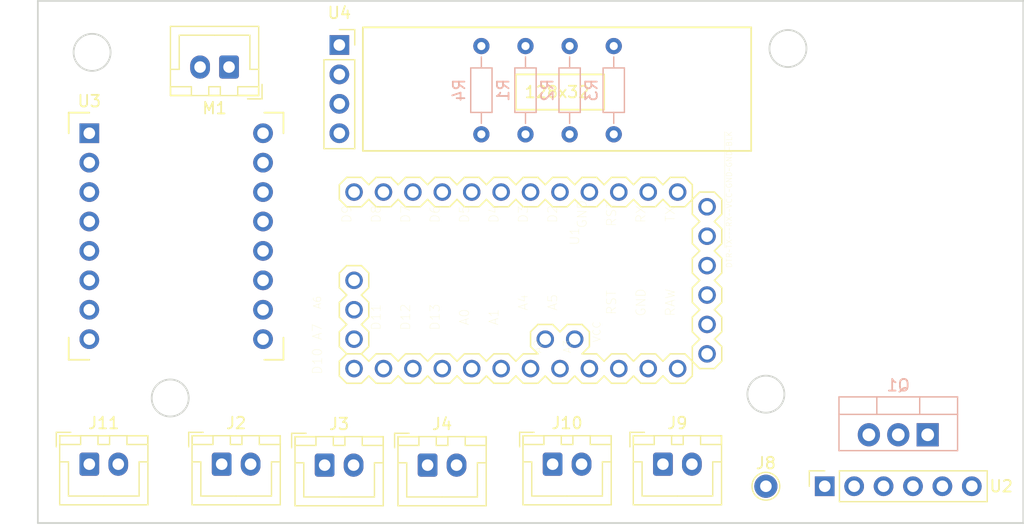
<source format=kicad_pcb>
(kicad_pcb (version 20171130) (host pcbnew 5.0.2-bee76a0~70~ubuntu18.04.1)

  (general
    (thickness 1.6)
    (drawings 8)
    (tracks 0)
    (zones 0)
    (modules 17)
    (nets 47)
  )

  (page A4)
  (layers
    (0 F.Cu signal)
    (31 B.Cu signal)
    (32 B.Adhes user)
    (33 F.Adhes user)
    (34 B.Paste user)
    (35 F.Paste user)
    (36 B.SilkS user)
    (37 F.SilkS user)
    (38 B.Mask user)
    (39 F.Mask user)
    (40 Dwgs.User user)
    (41 Cmts.User user)
    (42 Eco1.User user)
    (43 Eco2.User user)
    (44 Edge.Cuts user)
    (45 Margin user)
    (46 B.CrtYd user)
    (47 F.CrtYd user)
    (48 B.Fab user)
    (49 F.Fab user)
  )

  (setup
    (last_trace_width 0.25)
    (trace_clearance 0.2)
    (zone_clearance 0.508)
    (zone_45_only no)
    (trace_min 0.2)
    (segment_width 0.2)
    (edge_width 0.15)
    (via_size 0.8)
    (via_drill 0.4)
    (via_min_size 0.4)
    (via_min_drill 0.3)
    (uvia_size 0.3)
    (uvia_drill 0.1)
    (uvias_allowed no)
    (uvia_min_size 0.2)
    (uvia_min_drill 0.1)
    (pcb_text_width 0.3)
    (pcb_text_size 1.5 1.5)
    (mod_edge_width 0.15)
    (mod_text_size 1 1)
    (mod_text_width 0.15)
    (pad_size 1.524 1.524)
    (pad_drill 0.762)
    (pad_to_mask_clearance 0.051)
    (solder_mask_min_width 0.25)
    (aux_axis_origin 0 0)
    (visible_elements FFFFFF7F)
    (pcbplotparams
      (layerselection 0x010fc_ffffffff)
      (usegerberextensions false)
      (usegerberattributes false)
      (usegerberadvancedattributes false)
      (creategerberjobfile false)
      (excludeedgelayer true)
      (linewidth 0.100000)
      (plotframeref false)
      (viasonmask false)
      (mode 1)
      (useauxorigin false)
      (hpglpennumber 1)
      (hpglpenspeed 20)
      (hpglpendiameter 15.000000)
      (psnegative false)
      (psa4output false)
      (plotreference true)
      (plotvalue true)
      (plotinvisibletext false)
      (padsonsilk false)
      (subtractmaskfromsilk false)
      (outputformat 1)
      (mirror false)
      (drillshape 1)
      (scaleselection 1)
      (outputdirectory ""))
  )

  (net 0 "")
  (net 1 "Net-(Q1-Pad1)")
  (net 2 GND)
  (net 3 "Net-(U2-Pad1)")
  (net 4 VCC)
  (net 5 SDA)
  (net 6 SCL)
  (net 7 "Net-(M1-Pad1)")
  (net 8 "Net-(M1-Pad2)")
  (net 9 D5)
  (net 10 D3)
  (net 11 D4)
  (net 12 D10)
  (net 13 "Net-(U3-Pad6)")
  (net 14 "Net-(U3-Pad7)")
  (net 15 "Net-(U3-Pad13)")
  (net 16 "Net-(U3-Pad15)")
  (net 17 "Net-(U3-Pad14)")
  (net 18 "Net-(U3-Pad16)")
  (net 19 "Net-(J8-Pad1)")
  (net 20 "Net-(J9-Pad1)")
  (net 21 "Net-(J9-Pad2)")
  (net 22 "Net-(J10-Pad1)")
  (net 23 "Net-(U1-PadD8)")
  (net 24 "Net-(U1-PadD6)")
  (net 25 "Net-(U1-PadD7)")
  (net 26 "Net-(U1-PadD9)")
  (net 27 "Net-(J1-Pad2)")
  (net 28 "Net-(J1-Pad4)")
  (net 29 "Net-(J1-Pad5)")
  (net 30 "Net-(U1-PadA6)")
  (net 31 "Net-(U1-PadA7)")
  (net 32 "Net-(U1-PadRST)")
  (net 33 "Net-(U1-PadA3)")
  (net 34 "Net-(J1-Pad1)")
  (net 35 "Net-(U1-PadTX)")
  (net 36 "Net-(U1-PadRX)")
  (net 37 "Net-(U1-PadRST@1)")
  (net 38 "Net-(U1-PadGND)")
  (net 39 "Net-(U1-PadD2)")
  (net 40 "Net-(U1-PadD11)")
  (net 41 "Net-(U1-PadD12)")
  (net 42 "Net-(U1-PadD13)")
  (net 43 "Net-(U1-PadA0)")
  (net 44 "Net-(U1-PadA1)")
  (net 45 "Net-(U1-PadA2)")
  (net 46 "Net-(J1-Pad6)")

  (net_class Default "This is the default net class."
    (clearance 0.2)
    (trace_width 0.25)
    (via_dia 0.8)
    (via_drill 0.4)
    (uvia_dia 0.3)
    (uvia_drill 0.1)
    (add_net D10)
    (add_net D3)
    (add_net D4)
    (add_net D5)
    (add_net GND)
    (add_net "Net-(J1-Pad1)")
    (add_net "Net-(J1-Pad2)")
    (add_net "Net-(J1-Pad4)")
    (add_net "Net-(J1-Pad5)")
    (add_net "Net-(J1-Pad6)")
    (add_net "Net-(J10-Pad1)")
    (add_net "Net-(J8-Pad1)")
    (add_net "Net-(J9-Pad1)")
    (add_net "Net-(J9-Pad2)")
    (add_net "Net-(M1-Pad1)")
    (add_net "Net-(M1-Pad2)")
    (add_net "Net-(Q1-Pad1)")
    (add_net "Net-(U1-PadA0)")
    (add_net "Net-(U1-PadA1)")
    (add_net "Net-(U1-PadA2)")
    (add_net "Net-(U1-PadA3)")
    (add_net "Net-(U1-PadA6)")
    (add_net "Net-(U1-PadA7)")
    (add_net "Net-(U1-PadD11)")
    (add_net "Net-(U1-PadD12)")
    (add_net "Net-(U1-PadD13)")
    (add_net "Net-(U1-PadD2)")
    (add_net "Net-(U1-PadD6)")
    (add_net "Net-(U1-PadD7)")
    (add_net "Net-(U1-PadD8)")
    (add_net "Net-(U1-PadD9)")
    (add_net "Net-(U1-PadGND)")
    (add_net "Net-(U1-PadRST)")
    (add_net "Net-(U1-PadRST@1)")
    (add_net "Net-(U1-PadRX)")
    (add_net "Net-(U1-PadTX)")
    (add_net "Net-(U2-Pad1)")
    (add_net "Net-(U3-Pad13)")
    (add_net "Net-(U3-Pad14)")
    (add_net "Net-(U3-Pad15)")
    (add_net "Net-(U3-Pad16)")
    (add_net "Net-(U3-Pad6)")
    (add_net "Net-(U3-Pad7)")
    (add_net SCL)
    (add_net SDA)
    (add_net VCC)
  )

  (module Connector_JST:JST_XH_B02B-XH-A_1x02_P2.50mm_Vertical (layer F.Cu) (tedit 5B7754C5) (tstamp 5EC09F55)
    (at 186.055 113.665)
    (descr "JST XH series connector, B02B-XH-A (http://www.jst-mfg.com/product/pdf/eng/eXH.pdf), generated with kicad-footprint-generator")
    (tags "connector JST XH side entry")
    (path /5EC2617A)
    (fp_text reference J9 (at 1.25 -3.55) (layer F.SilkS)
      (effects (font (size 1 1) (thickness 0.15)))
    )
    (fp_text value BuckBoost (at 1.25 4.6) (layer F.Fab)
      (effects (font (size 1 1) (thickness 0.15)))
    )
    (fp_line (start -2.45 -2.35) (end -2.45 3.4) (layer F.Fab) (width 0.1))
    (fp_line (start -2.45 3.4) (end 4.95 3.4) (layer F.Fab) (width 0.1))
    (fp_line (start 4.95 3.4) (end 4.95 -2.35) (layer F.Fab) (width 0.1))
    (fp_line (start 4.95 -2.35) (end -2.45 -2.35) (layer F.Fab) (width 0.1))
    (fp_line (start -2.56 -2.46) (end -2.56 3.51) (layer F.SilkS) (width 0.12))
    (fp_line (start -2.56 3.51) (end 5.06 3.51) (layer F.SilkS) (width 0.12))
    (fp_line (start 5.06 3.51) (end 5.06 -2.46) (layer F.SilkS) (width 0.12))
    (fp_line (start 5.06 -2.46) (end -2.56 -2.46) (layer F.SilkS) (width 0.12))
    (fp_line (start -2.95 -2.85) (end -2.95 3.9) (layer F.CrtYd) (width 0.05))
    (fp_line (start -2.95 3.9) (end 5.45 3.9) (layer F.CrtYd) (width 0.05))
    (fp_line (start 5.45 3.9) (end 5.45 -2.85) (layer F.CrtYd) (width 0.05))
    (fp_line (start 5.45 -2.85) (end -2.95 -2.85) (layer F.CrtYd) (width 0.05))
    (fp_line (start -0.625 -2.35) (end 0 -1.35) (layer F.Fab) (width 0.1))
    (fp_line (start 0 -1.35) (end 0.625 -2.35) (layer F.Fab) (width 0.1))
    (fp_line (start 0.75 -2.45) (end 0.75 -1.7) (layer F.SilkS) (width 0.12))
    (fp_line (start 0.75 -1.7) (end 1.75 -1.7) (layer F.SilkS) (width 0.12))
    (fp_line (start 1.75 -1.7) (end 1.75 -2.45) (layer F.SilkS) (width 0.12))
    (fp_line (start 1.75 -2.45) (end 0.75 -2.45) (layer F.SilkS) (width 0.12))
    (fp_line (start -2.55 -2.45) (end -2.55 -1.7) (layer F.SilkS) (width 0.12))
    (fp_line (start -2.55 -1.7) (end -0.75 -1.7) (layer F.SilkS) (width 0.12))
    (fp_line (start -0.75 -1.7) (end -0.75 -2.45) (layer F.SilkS) (width 0.12))
    (fp_line (start -0.75 -2.45) (end -2.55 -2.45) (layer F.SilkS) (width 0.12))
    (fp_line (start 3.25 -2.45) (end 3.25 -1.7) (layer F.SilkS) (width 0.12))
    (fp_line (start 3.25 -1.7) (end 5.05 -1.7) (layer F.SilkS) (width 0.12))
    (fp_line (start 5.05 -1.7) (end 5.05 -2.45) (layer F.SilkS) (width 0.12))
    (fp_line (start 5.05 -2.45) (end 3.25 -2.45) (layer F.SilkS) (width 0.12))
    (fp_line (start -2.55 -0.2) (end -1.8 -0.2) (layer F.SilkS) (width 0.12))
    (fp_line (start -1.8 -0.2) (end -1.8 2.75) (layer F.SilkS) (width 0.12))
    (fp_line (start -1.8 2.75) (end 1.25 2.75) (layer F.SilkS) (width 0.12))
    (fp_line (start 5.05 -0.2) (end 4.3 -0.2) (layer F.SilkS) (width 0.12))
    (fp_line (start 4.3 -0.2) (end 4.3 2.75) (layer F.SilkS) (width 0.12))
    (fp_line (start 4.3 2.75) (end 1.25 2.75) (layer F.SilkS) (width 0.12))
    (fp_line (start -1.6 -2.75) (end -2.85 -2.75) (layer F.SilkS) (width 0.12))
    (fp_line (start -2.85 -2.75) (end -2.85 -1.5) (layer F.SilkS) (width 0.12))
    (fp_text user %R (at 1.25 2.7) (layer F.Fab)
      (effects (font (size 1 1) (thickness 0.15)))
    )
    (pad 1 thru_hole roundrect (at 0 0) (size 1.7 2) (drill 1) (layers *.Cu *.Mask) (roundrect_rratio 0.147059)
      (net 20 "Net-(J9-Pad1)"))
    (pad 2 thru_hole oval (at 2.5 0) (size 1.7 2) (drill 1) (layers *.Cu *.Mask)
      (net 21 "Net-(J9-Pad2)"))
    (model ${KISYS3DMOD}/Connector_JST.3dshapes/JST_XH_B02B-XH-A_1x02_P2.50mm_Vertical.wrl
      (at (xyz 0 0 0))
      (scale (xyz 1 1 1))
      (rotate (xyz 0 0 0))
    )
  )

  (module Connector_JST:JST_XH_B02B-XH-A_1x02_P2.50mm_Vertical (layer F.Cu) (tedit 5B7754C5) (tstamp 5EC0F55E)
    (at 136.525 113.665)
    (descr "JST XH series connector, B02B-XH-A (http://www.jst-mfg.com/product/pdf/eng/eXH.pdf), generated with kicad-footprint-generator")
    (tags "connector JST XH side entry")
    (path /5EC5D176)
    (fp_text reference J11 (at 1.25 -3.55) (layer F.SilkS)
      (effects (font (size 1 1) (thickness 0.15)))
    )
    (fp_text value Charger (at 1.25 4.6) (layer F.Fab)
      (effects (font (size 1 1) (thickness 0.15)))
    )
    (fp_text user %R (at 1.25 2.7) (layer F.Fab)
      (effects (font (size 1 1) (thickness 0.15)))
    )
    (fp_line (start -2.85 -2.75) (end -2.85 -1.5) (layer F.SilkS) (width 0.12))
    (fp_line (start -1.6 -2.75) (end -2.85 -2.75) (layer F.SilkS) (width 0.12))
    (fp_line (start 4.3 2.75) (end 1.25 2.75) (layer F.SilkS) (width 0.12))
    (fp_line (start 4.3 -0.2) (end 4.3 2.75) (layer F.SilkS) (width 0.12))
    (fp_line (start 5.05 -0.2) (end 4.3 -0.2) (layer F.SilkS) (width 0.12))
    (fp_line (start -1.8 2.75) (end 1.25 2.75) (layer F.SilkS) (width 0.12))
    (fp_line (start -1.8 -0.2) (end -1.8 2.75) (layer F.SilkS) (width 0.12))
    (fp_line (start -2.55 -0.2) (end -1.8 -0.2) (layer F.SilkS) (width 0.12))
    (fp_line (start 5.05 -2.45) (end 3.25 -2.45) (layer F.SilkS) (width 0.12))
    (fp_line (start 5.05 -1.7) (end 5.05 -2.45) (layer F.SilkS) (width 0.12))
    (fp_line (start 3.25 -1.7) (end 5.05 -1.7) (layer F.SilkS) (width 0.12))
    (fp_line (start 3.25 -2.45) (end 3.25 -1.7) (layer F.SilkS) (width 0.12))
    (fp_line (start -0.75 -2.45) (end -2.55 -2.45) (layer F.SilkS) (width 0.12))
    (fp_line (start -0.75 -1.7) (end -0.75 -2.45) (layer F.SilkS) (width 0.12))
    (fp_line (start -2.55 -1.7) (end -0.75 -1.7) (layer F.SilkS) (width 0.12))
    (fp_line (start -2.55 -2.45) (end -2.55 -1.7) (layer F.SilkS) (width 0.12))
    (fp_line (start 1.75 -2.45) (end 0.75 -2.45) (layer F.SilkS) (width 0.12))
    (fp_line (start 1.75 -1.7) (end 1.75 -2.45) (layer F.SilkS) (width 0.12))
    (fp_line (start 0.75 -1.7) (end 1.75 -1.7) (layer F.SilkS) (width 0.12))
    (fp_line (start 0.75 -2.45) (end 0.75 -1.7) (layer F.SilkS) (width 0.12))
    (fp_line (start 0 -1.35) (end 0.625 -2.35) (layer F.Fab) (width 0.1))
    (fp_line (start -0.625 -2.35) (end 0 -1.35) (layer F.Fab) (width 0.1))
    (fp_line (start 5.45 -2.85) (end -2.95 -2.85) (layer F.CrtYd) (width 0.05))
    (fp_line (start 5.45 3.9) (end 5.45 -2.85) (layer F.CrtYd) (width 0.05))
    (fp_line (start -2.95 3.9) (end 5.45 3.9) (layer F.CrtYd) (width 0.05))
    (fp_line (start -2.95 -2.85) (end -2.95 3.9) (layer F.CrtYd) (width 0.05))
    (fp_line (start 5.06 -2.46) (end -2.56 -2.46) (layer F.SilkS) (width 0.12))
    (fp_line (start 5.06 3.51) (end 5.06 -2.46) (layer F.SilkS) (width 0.12))
    (fp_line (start -2.56 3.51) (end 5.06 3.51) (layer F.SilkS) (width 0.12))
    (fp_line (start -2.56 -2.46) (end -2.56 3.51) (layer F.SilkS) (width 0.12))
    (fp_line (start 4.95 -2.35) (end -2.45 -2.35) (layer F.Fab) (width 0.1))
    (fp_line (start 4.95 3.4) (end 4.95 -2.35) (layer F.Fab) (width 0.1))
    (fp_line (start -2.45 3.4) (end 4.95 3.4) (layer F.Fab) (width 0.1))
    (fp_line (start -2.45 -2.35) (end -2.45 3.4) (layer F.Fab) (width 0.1))
    (pad 2 thru_hole oval (at 2.5 0) (size 1.7 2) (drill 1) (layers *.Cu *.Mask)
      (net 2 GND))
    (pad 1 thru_hole roundrect (at 0 0) (size 1.7 2) (drill 1) (layers *.Cu *.Mask) (roundrect_rratio 0.147059)
      (net 22 "Net-(J10-Pad1)"))
    (model ${KISYS3DMOD}/Connector_JST.3dshapes/JST_XH_B02B-XH-A_1x02_P2.50mm_Vertical.wrl
      (at (xyz 0 0 0))
      (scale (xyz 1 1 1))
      (rotate (xyz 0 0 0))
    )
  )

  (module Connector_JST:JST_XH_B02B-XH-A_1x02_P2.50mm_Vertical (layer F.Cu) (tedit 5B7754C5) (tstamp 5EC0AD23)
    (at 176.53 113.665)
    (descr "JST XH series connector, B02B-XH-A (http://www.jst-mfg.com/product/pdf/eng/eXH.pdf), generated with kicad-footprint-generator")
    (tags "connector JST XH side entry")
    (path /5EC4F65E)
    (fp_text reference J10 (at 1.25 -3.55) (layer F.SilkS)
      (effects (font (size 1 1) (thickness 0.15)))
    )
    (fp_text value Charger (at 1.25 4.6) (layer F.Fab)
      (effects (font (size 1 1) (thickness 0.15)))
    )
    (fp_line (start -2.45 -2.35) (end -2.45 3.4) (layer F.Fab) (width 0.1))
    (fp_line (start -2.45 3.4) (end 4.95 3.4) (layer F.Fab) (width 0.1))
    (fp_line (start 4.95 3.4) (end 4.95 -2.35) (layer F.Fab) (width 0.1))
    (fp_line (start 4.95 -2.35) (end -2.45 -2.35) (layer F.Fab) (width 0.1))
    (fp_line (start -2.56 -2.46) (end -2.56 3.51) (layer F.SilkS) (width 0.12))
    (fp_line (start -2.56 3.51) (end 5.06 3.51) (layer F.SilkS) (width 0.12))
    (fp_line (start 5.06 3.51) (end 5.06 -2.46) (layer F.SilkS) (width 0.12))
    (fp_line (start 5.06 -2.46) (end -2.56 -2.46) (layer F.SilkS) (width 0.12))
    (fp_line (start -2.95 -2.85) (end -2.95 3.9) (layer F.CrtYd) (width 0.05))
    (fp_line (start -2.95 3.9) (end 5.45 3.9) (layer F.CrtYd) (width 0.05))
    (fp_line (start 5.45 3.9) (end 5.45 -2.85) (layer F.CrtYd) (width 0.05))
    (fp_line (start 5.45 -2.85) (end -2.95 -2.85) (layer F.CrtYd) (width 0.05))
    (fp_line (start -0.625 -2.35) (end 0 -1.35) (layer F.Fab) (width 0.1))
    (fp_line (start 0 -1.35) (end 0.625 -2.35) (layer F.Fab) (width 0.1))
    (fp_line (start 0.75 -2.45) (end 0.75 -1.7) (layer F.SilkS) (width 0.12))
    (fp_line (start 0.75 -1.7) (end 1.75 -1.7) (layer F.SilkS) (width 0.12))
    (fp_line (start 1.75 -1.7) (end 1.75 -2.45) (layer F.SilkS) (width 0.12))
    (fp_line (start 1.75 -2.45) (end 0.75 -2.45) (layer F.SilkS) (width 0.12))
    (fp_line (start -2.55 -2.45) (end -2.55 -1.7) (layer F.SilkS) (width 0.12))
    (fp_line (start -2.55 -1.7) (end -0.75 -1.7) (layer F.SilkS) (width 0.12))
    (fp_line (start -0.75 -1.7) (end -0.75 -2.45) (layer F.SilkS) (width 0.12))
    (fp_line (start -0.75 -2.45) (end -2.55 -2.45) (layer F.SilkS) (width 0.12))
    (fp_line (start 3.25 -2.45) (end 3.25 -1.7) (layer F.SilkS) (width 0.12))
    (fp_line (start 3.25 -1.7) (end 5.05 -1.7) (layer F.SilkS) (width 0.12))
    (fp_line (start 5.05 -1.7) (end 5.05 -2.45) (layer F.SilkS) (width 0.12))
    (fp_line (start 5.05 -2.45) (end 3.25 -2.45) (layer F.SilkS) (width 0.12))
    (fp_line (start -2.55 -0.2) (end -1.8 -0.2) (layer F.SilkS) (width 0.12))
    (fp_line (start -1.8 -0.2) (end -1.8 2.75) (layer F.SilkS) (width 0.12))
    (fp_line (start -1.8 2.75) (end 1.25 2.75) (layer F.SilkS) (width 0.12))
    (fp_line (start 5.05 -0.2) (end 4.3 -0.2) (layer F.SilkS) (width 0.12))
    (fp_line (start 4.3 -0.2) (end 4.3 2.75) (layer F.SilkS) (width 0.12))
    (fp_line (start 4.3 2.75) (end 1.25 2.75) (layer F.SilkS) (width 0.12))
    (fp_line (start -1.6 -2.75) (end -2.85 -2.75) (layer F.SilkS) (width 0.12))
    (fp_line (start -2.85 -2.75) (end -2.85 -1.5) (layer F.SilkS) (width 0.12))
    (fp_text user %R (at 1.25 2.7) (layer F.Fab)
      (effects (font (size 1 1) (thickness 0.15)))
    )
    (pad 1 thru_hole roundrect (at 0 0) (size 1.7 2) (drill 1) (layers *.Cu *.Mask) (roundrect_rratio 0.147059)
      (net 22 "Net-(J10-Pad1)"))
    (pad 2 thru_hole oval (at 2.5 0) (size 1.7 2) (drill 1) (layers *.Cu *.Mask)
      (net 2 GND))
    (model ${KISYS3DMOD}/Connector_JST.3dshapes/JST_XH_B02B-XH-A_1x02_P2.50mm_Vertical.wrl
      (at (xyz 0 0 0))
      (scale (xyz 1 1 1))
      (rotate (xyz 0 0 0))
    )
  )

  (module Resistor_THT:R_Axial_DIN0204_L3.6mm_D1.6mm_P7.62mm_Horizontal (layer B.Cu) (tedit 5AE5139B) (tstamp 5EC0E44C)
    (at 174.187831 77.562341 270)
    (descr "Resistor, Axial_DIN0204 series, Axial, Horizontal, pin pitch=7.62mm, 0.167W, length*diameter=3.6*1.6mm^2, http://cdn-reichelt.de/documents/datenblatt/B400/1_4W%23YAG.pdf")
    (tags "Resistor Axial_DIN0204 series Axial Horizontal pin pitch 7.62mm 0.167W length 3.6mm diameter 1.6mm")
    (path /5CC76C6D)
    (fp_text reference R1 (at 3.81 1.92 270) (layer B.SilkS)
      (effects (font (size 1 1) (thickness 0.15)) (justify mirror))
    )
    (fp_text value 10k (at 3.81 -1.92 270) (layer B.Fab)
      (effects (font (size 1 1) (thickness 0.15)) (justify mirror))
    )
    (fp_line (start 2.01 0.8) (end 2.01 -0.8) (layer B.Fab) (width 0.1))
    (fp_line (start 2.01 -0.8) (end 5.61 -0.8) (layer B.Fab) (width 0.1))
    (fp_line (start 5.61 -0.8) (end 5.61 0.8) (layer B.Fab) (width 0.1))
    (fp_line (start 5.61 0.8) (end 2.01 0.8) (layer B.Fab) (width 0.1))
    (fp_line (start 0 0) (end 2.01 0) (layer B.Fab) (width 0.1))
    (fp_line (start 7.62 0) (end 5.61 0) (layer B.Fab) (width 0.1))
    (fp_line (start 1.89 0.92) (end 1.89 -0.92) (layer B.SilkS) (width 0.12))
    (fp_line (start 1.89 -0.92) (end 5.73 -0.92) (layer B.SilkS) (width 0.12))
    (fp_line (start 5.73 -0.92) (end 5.73 0.92) (layer B.SilkS) (width 0.12))
    (fp_line (start 5.73 0.92) (end 1.89 0.92) (layer B.SilkS) (width 0.12))
    (fp_line (start 0.94 0) (end 1.89 0) (layer B.SilkS) (width 0.12))
    (fp_line (start 6.68 0) (end 5.73 0) (layer B.SilkS) (width 0.12))
    (fp_line (start -0.95 1.05) (end -0.95 -1.05) (layer B.CrtYd) (width 0.05))
    (fp_line (start -0.95 -1.05) (end 8.57 -1.05) (layer B.CrtYd) (width 0.05))
    (fp_line (start 8.57 -1.05) (end 8.57 1.05) (layer B.CrtYd) (width 0.05))
    (fp_line (start 8.57 1.05) (end -0.95 1.05) (layer B.CrtYd) (width 0.05))
    (fp_text user %R (at 3.81 0 270) (layer B.Fab)
      (effects (font (size 0.72 0.72) (thickness 0.108)) (justify mirror))
    )
    (pad 1 thru_hole circle (at 0 0 270) (size 1.4 1.4) (drill 0.7) (layers *.Cu *.Mask)
      (net 4 VCC))
    (pad 2 thru_hole oval (at 7.62 0 270) (size 1.4 1.4) (drill 0.7) (layers *.Cu *.Mask)
      (net 9 D5))
    (model ${KISYS3DMOD}/Resistor_THT.3dshapes/R_Axial_DIN0204_L3.6mm_D1.6mm_P7.62mm_Horizontal.wrl
      (at (xyz 0 0 0))
      (scale (xyz 1 1 1))
      (rotate (xyz 0 0 0))
    )
  )

  (module Resistor_THT:R_Axial_DIN0204_L3.6mm_D1.6mm_P7.62mm_Horizontal (layer B.Cu) (tedit 5AE5139B) (tstamp 5EC0E386)
    (at 177.997831 77.562341 270)
    (descr "Resistor, Axial_DIN0204 series, Axial, Horizontal, pin pitch=7.62mm, 0.167W, length*diameter=3.6*1.6mm^2, http://cdn-reichelt.de/documents/datenblatt/B400/1_4W%23YAG.pdf")
    (tags "Resistor Axial_DIN0204 series Axial Horizontal pin pitch 7.62mm 0.167W length 3.6mm diameter 1.6mm")
    (path /5CED784B)
    (fp_text reference R2 (at 3.81 1.92 270) (layer B.SilkS)
      (effects (font (size 1 1) (thickness 0.15)) (justify mirror))
    )
    (fp_text value 10k (at 3.81 -1.92 270) (layer B.Fab)
      (effects (font (size 1 1) (thickness 0.15)) (justify mirror))
    )
    (fp_text user %R (at 3.81 0 270) (layer B.Fab)
      (effects (font (size 0.72 0.72) (thickness 0.108)) (justify mirror))
    )
    (fp_line (start 8.57 1.05) (end -0.95 1.05) (layer B.CrtYd) (width 0.05))
    (fp_line (start 8.57 -1.05) (end 8.57 1.05) (layer B.CrtYd) (width 0.05))
    (fp_line (start -0.95 -1.05) (end 8.57 -1.05) (layer B.CrtYd) (width 0.05))
    (fp_line (start -0.95 1.05) (end -0.95 -1.05) (layer B.CrtYd) (width 0.05))
    (fp_line (start 6.68 0) (end 5.73 0) (layer B.SilkS) (width 0.12))
    (fp_line (start 0.94 0) (end 1.89 0) (layer B.SilkS) (width 0.12))
    (fp_line (start 5.73 0.92) (end 1.89 0.92) (layer B.SilkS) (width 0.12))
    (fp_line (start 5.73 -0.92) (end 5.73 0.92) (layer B.SilkS) (width 0.12))
    (fp_line (start 1.89 -0.92) (end 5.73 -0.92) (layer B.SilkS) (width 0.12))
    (fp_line (start 1.89 0.92) (end 1.89 -0.92) (layer B.SilkS) (width 0.12))
    (fp_line (start 7.62 0) (end 5.61 0) (layer B.Fab) (width 0.1))
    (fp_line (start 0 0) (end 2.01 0) (layer B.Fab) (width 0.1))
    (fp_line (start 5.61 0.8) (end 2.01 0.8) (layer B.Fab) (width 0.1))
    (fp_line (start 5.61 -0.8) (end 5.61 0.8) (layer B.Fab) (width 0.1))
    (fp_line (start 2.01 -0.8) (end 5.61 -0.8) (layer B.Fab) (width 0.1))
    (fp_line (start 2.01 0.8) (end 2.01 -0.8) (layer B.Fab) (width 0.1))
    (pad 2 thru_hole oval (at 7.62 0 270) (size 1.4 1.4) (drill 0.7) (layers *.Cu *.Mask)
      (net 10 D3))
    (pad 1 thru_hole circle (at 0 0 270) (size 1.4 1.4) (drill 0.7) (layers *.Cu *.Mask)
      (net 4 VCC))
    (model ${KISYS3DMOD}/Resistor_THT.3dshapes/R_Axial_DIN0204_L3.6mm_D1.6mm_P7.62mm_Horizontal.wrl
      (at (xyz 0 0 0))
      (scale (xyz 1 1 1))
      (rotate (xyz 0 0 0))
    )
  )

  (module Resistor_THT:R_Axial_DIN0204_L3.6mm_D1.6mm_P7.62mm_Horizontal (layer B.Cu) (tedit 5AE5139B) (tstamp 5EC0E40A)
    (at 181.807831 77.562341 270)
    (descr "Resistor, Axial_DIN0204 series, Axial, Horizontal, pin pitch=7.62mm, 0.167W, length*diameter=3.6*1.6mm^2, http://cdn-reichelt.de/documents/datenblatt/B400/1_4W%23YAG.pdf")
    (tags "Resistor Axial_DIN0204 series Axial Horizontal pin pitch 7.62mm 0.167W length 3.6mm diameter 1.6mm")
    (path /5CED8F81)
    (fp_text reference R3 (at 3.81 1.92 270) (layer B.SilkS)
      (effects (font (size 1 1) (thickness 0.15)) (justify mirror))
    )
    (fp_text value 10k (at 3.81 -1.92 270) (layer B.Fab)
      (effects (font (size 1 1) (thickness 0.15)) (justify mirror))
    )
    (fp_line (start 2.01 0.8) (end 2.01 -0.8) (layer B.Fab) (width 0.1))
    (fp_line (start 2.01 -0.8) (end 5.61 -0.8) (layer B.Fab) (width 0.1))
    (fp_line (start 5.61 -0.8) (end 5.61 0.8) (layer B.Fab) (width 0.1))
    (fp_line (start 5.61 0.8) (end 2.01 0.8) (layer B.Fab) (width 0.1))
    (fp_line (start 0 0) (end 2.01 0) (layer B.Fab) (width 0.1))
    (fp_line (start 7.62 0) (end 5.61 0) (layer B.Fab) (width 0.1))
    (fp_line (start 1.89 0.92) (end 1.89 -0.92) (layer B.SilkS) (width 0.12))
    (fp_line (start 1.89 -0.92) (end 5.73 -0.92) (layer B.SilkS) (width 0.12))
    (fp_line (start 5.73 -0.92) (end 5.73 0.92) (layer B.SilkS) (width 0.12))
    (fp_line (start 5.73 0.92) (end 1.89 0.92) (layer B.SilkS) (width 0.12))
    (fp_line (start 0.94 0) (end 1.89 0) (layer B.SilkS) (width 0.12))
    (fp_line (start 6.68 0) (end 5.73 0) (layer B.SilkS) (width 0.12))
    (fp_line (start -0.95 1.05) (end -0.95 -1.05) (layer B.CrtYd) (width 0.05))
    (fp_line (start -0.95 -1.05) (end 8.57 -1.05) (layer B.CrtYd) (width 0.05))
    (fp_line (start 8.57 -1.05) (end 8.57 1.05) (layer B.CrtYd) (width 0.05))
    (fp_line (start 8.57 1.05) (end -0.95 1.05) (layer B.CrtYd) (width 0.05))
    (fp_text user %R (at 3.81 0 270) (layer B.Fab)
      (effects (font (size 0.72 0.72) (thickness 0.108)) (justify mirror))
    )
    (pad 1 thru_hole circle (at 0 0 270) (size 1.4 1.4) (drill 0.7) (layers *.Cu *.Mask)
      (net 4 VCC))
    (pad 2 thru_hole oval (at 7.62 0 270) (size 1.4 1.4) (drill 0.7) (layers *.Cu *.Mask)
      (net 11 D4))
    (model ${KISYS3DMOD}/Resistor_THT.3dshapes/R_Axial_DIN0204_L3.6mm_D1.6mm_P7.62mm_Horizontal.wrl
      (at (xyz 0 0 0))
      (scale (xyz 1 1 1))
      (rotate (xyz 0 0 0))
    )
  )

  (module TestPoint:TestPoint_THTPad_D2.0mm_Drill1.0mm (layer F.Cu) (tedit 5A0F774F) (tstamp 5EC07034)
    (at 194.945 115.57)
    (descr "THT pad as test Point, diameter 2.0mm, hole diameter 1.0mm")
    (tags "test point THT pad")
    (path /5EC15455)
    (attr virtual)
    (fp_text reference J8 (at 0 -1.998) (layer F.SilkS)
      (effects (font (size 1 1) (thickness 0.15)))
    )
    (fp_text value Conn_01x01 (at 0 2.05) (layer F.Fab)
      (effects (font (size 1 1) (thickness 0.15)))
    )
    (fp_text user %R (at 0 -2) (layer F.Fab)
      (effects (font (size 1 1) (thickness 0.15)))
    )
    (fp_circle (center 0 0) (end 1.5 0) (layer F.CrtYd) (width 0.05))
    (fp_circle (center 0 0) (end 0 1.2) (layer F.SilkS) (width 0.12))
    (pad 1 thru_hole circle (at 0 0) (size 2 2) (drill 1) (layers *.Cu *.Mask)
      (net 19 "Net-(J8-Pad1)"))
  )

  (module Connector_PinSocket_2.54mm:PinSocket_1x06_P2.54mm_Vertical (layer F.Cu) (tedit 5A19A430) (tstamp 5EC0F32D)
    (at 200.025 115.57 90)
    (descr "Through hole straight socket strip, 1x06, 2.54mm pitch, single row (from Kicad 4.0.7), script generated")
    (tags "Through hole socket strip THT 1x06 2.54mm single row")
    (path /5EC037F4)
    (fp_text reference U2 (at 0 15.24 180) (layer F.SilkS)
      (effects (font (size 1 1) (thickness 0.15)))
    )
    (fp_text value DS3231 (at 0 15.47 90) (layer F.Fab)
      (effects (font (size 1 1) (thickness 0.15)))
    )
    (fp_line (start -1.27 -1.27) (end 0.635 -1.27) (layer F.Fab) (width 0.1))
    (fp_line (start 0.635 -1.27) (end 1.27 -0.635) (layer F.Fab) (width 0.1))
    (fp_line (start 1.27 -0.635) (end 1.27 13.97) (layer F.Fab) (width 0.1))
    (fp_line (start 1.27 13.97) (end -1.27 13.97) (layer F.Fab) (width 0.1))
    (fp_line (start -1.27 13.97) (end -1.27 -1.27) (layer F.Fab) (width 0.1))
    (fp_line (start -1.33 1.27) (end 1.33 1.27) (layer F.SilkS) (width 0.12))
    (fp_line (start -1.33 1.27) (end -1.33 14.03) (layer F.SilkS) (width 0.12))
    (fp_line (start -1.33 14.03) (end 1.33 14.03) (layer F.SilkS) (width 0.12))
    (fp_line (start 1.33 1.27) (end 1.33 14.03) (layer F.SilkS) (width 0.12))
    (fp_line (start 1.33 -1.33) (end 1.33 0) (layer F.SilkS) (width 0.12))
    (fp_line (start 0 -1.33) (end 1.33 -1.33) (layer F.SilkS) (width 0.12))
    (fp_line (start -1.8 -1.8) (end 1.75 -1.8) (layer F.CrtYd) (width 0.05))
    (fp_line (start 1.75 -1.8) (end 1.75 14.45) (layer F.CrtYd) (width 0.05))
    (fp_line (start 1.75 14.45) (end -1.8 14.45) (layer F.CrtYd) (width 0.05))
    (fp_line (start -1.8 14.45) (end -1.8 -1.8) (layer F.CrtYd) (width 0.05))
    (fp_text user %R (at 0 6.35 180) (layer F.Fab)
      (effects (font (size 1 1) (thickness 0.15)))
    )
    (pad 1 thru_hole rect (at 0 0 90) (size 1.7 1.7) (drill 1) (layers *.Cu *.Mask)
      (net 3 "Net-(U2-Pad1)"))
    (pad 2 thru_hole oval (at 0 2.54 90) (size 1.7 1.7) (drill 1) (layers *.Cu *.Mask)
      (net 39 "Net-(U1-PadD2)"))
    (pad 3 thru_hole oval (at 0 5.08 90) (size 1.7 1.7) (drill 1) (layers *.Cu *.Mask)
      (net 6 SCL))
    (pad 4 thru_hole oval (at 0 7.62 90) (size 1.7 1.7) (drill 1) (layers *.Cu *.Mask)
      (net 5 SDA))
    (pad 5 thru_hole oval (at 0 10.16 90) (size 1.7 1.7) (drill 1) (layers *.Cu *.Mask)
      (net 4 VCC))
    (pad 6 thru_hole oval (at 0 12.7 90) (size 1.7 1.7) (drill 1) (layers *.Cu *.Mask)
      (net 2 GND))
    (model ${KISYS3DMOD}/Connector_PinSocket_2.54mm.3dshapes/PinSocket_1x06_P2.54mm_Vertical.wrl
      (at (xyz 0 0 0))
      (scale (xyz 1 1 1))
      (rotate (xyz 0 0 0))
    )
  )

  (module personal:Sparkfun_TB6612FNG (layer F.Cu) (tedit 5EBC7AE6) (tstamp 5EC0B125)
    (at 136.525 85.09)
    (descr "Through hole straight socket strip, 1x08, 2.54mm pitch, single row (from Kicad 4.0.7), script generated")
    (tags "Through hole socket strip THT 1x08 2.54mm single row")
    (path /5CC93726)
    (fp_text reference U3 (at 0 -2.77) (layer F.SilkS)
      (effects (font (size 1 1) (thickness 0.15)))
    )
    (fp_text value Sparkfun_Dual_Motor_Driver_TB6612FNG (at 7.366 20.544) (layer F.Fab)
      (effects (font (size 1 1) (thickness 0.15)))
    )
    (fp_line (start -1.27 -1.27) (end 16.256 -1.27) (layer F.Fab) (width 0.1))
    (fp_line (start 16.256 -1.27) (end 16.256 19.05) (layer F.Fab) (width 0.1))
    (fp_line (start 16.256 19.05) (end -1.27 19.05) (layer F.Fab) (width 0.1))
    (fp_line (start -1.27 19.05) (end -1.27 -1.27) (layer F.Fab) (width 0.1))
    (fp_line (start -1.778 -1.778) (end 16.764 -1.778) (layer F.CrtYd) (width 0.05))
    (fp_line (start 16.764 19.558) (end -1.778 19.558) (layer F.CrtYd) (width 0.05))
    (fp_line (start -1.778 19.55) (end -1.778 -1.778) (layer F.CrtYd) (width 0.05))
    (fp_text user %R (at 0 8.89 90) (layer F.Fab)
      (effects (font (size 1 1) (thickness 0.15)))
    )
    (fp_line (start 16.75 -1.8) (end 16.75 19.55) (layer F.CrtYd) (width 0.05))
    (fp_line (start -1.778 0) (end -1.778 -1.778) (layer F.SilkS) (width 0.15))
    (fp_line (start -1.778 -1.778) (end 0 -1.778) (layer F.SilkS) (width 0.15))
    (fp_line (start -1.778 17.653) (end -1.778 19.558) (layer F.SilkS) (width 0.15))
    (fp_line (start -1.778 19.558) (end 0 19.558) (layer F.SilkS) (width 0.15))
    (fp_line (start 15.113 19.558) (end 16.764 19.558) (layer F.SilkS) (width 0.15))
    (fp_line (start 16.764 19.558) (end 16.764 17.653) (layer F.SilkS) (width 0.15))
    (fp_line (start 15.113 -1.778) (end 16.764 -1.778) (layer F.SilkS) (width 0.15))
    (fp_line (start 16.764 -1.778) (end 16.764 0) (layer F.SilkS) (width 0.15))
    (pad 1 thru_hole rect (at 0 0) (size 1.7 1.7) (drill 1) (layers *.Cu *.Mask)
      (net 20 "Net-(J9-Pad1)"))
    (pad 2 thru_hole oval (at 0 2.54) (size 1.7 1.7) (drill 1) (layers *.Cu *.Mask)
      (net 4 VCC))
    (pad 3 thru_hole oval (at 0 5.08) (size 1.7 1.7) (drill 1) (layers *.Cu *.Mask)
      (net 21 "Net-(J9-Pad2)"))
    (pad 4 thru_hole oval (at 0 7.62) (size 1.7 1.7) (drill 1) (layers *.Cu *.Mask)
      (net 7 "Net-(M1-Pad1)"))
    (pad 5 thru_hole oval (at 0 10.16) (size 1.7 1.7) (drill 1) (layers *.Cu *.Mask)
      (net 8 "Net-(M1-Pad2)"))
    (pad 6 thru_hole oval (at 0 12.7) (size 1.7 1.7) (drill 1) (layers *.Cu *.Mask)
      (net 13 "Net-(U3-Pad6)"))
    (pad 7 thru_hole oval (at 0 15.24) (size 1.7 1.7) (drill 1) (layers *.Cu *.Mask)
      (net 14 "Net-(U3-Pad7)"))
    (pad 8 thru_hole oval (at 0 17.78) (size 1.7 1.7) (drill 1) (layers *.Cu *.Mask)
      (net 2 GND))
    (pad 10 thru_hole oval (at 15 2.54) (size 1.7 1.7) (drill 1) (layers *.Cu *.Mask)
      (net 23 "Net-(U1-PadD8)"))
    (pad 12 thru_hole oval (at 15 7.62) (size 1.7 1.7) (drill 1) (layers *.Cu *.Mask)
      (net 24 "Net-(U1-PadD6)"))
    (pad 13 thru_hole oval (at 15 10.16) (size 1.7 1.7) (drill 1) (layers *.Cu *.Mask)
      (net 15 "Net-(U3-Pad13)"))
    (pad 11 thru_hole oval (at 15 5.08) (size 1.7 1.7) (drill 1) (layers *.Cu *.Mask)
      (net 25 "Net-(U1-PadD7)"))
    (pad 9 thru_hole circle (at 15 0) (size 1.7 1.7) (drill 1) (layers *.Cu *.Mask)
      (net 26 "Net-(U1-PadD9)"))
    (pad 15 thru_hole oval (at 15 15.24) (size 1.7 1.7) (drill 1) (layers *.Cu *.Mask)
      (net 16 "Net-(U3-Pad15)"))
    (pad 14 thru_hole oval (at 15 12.7) (size 1.7 1.7) (drill 1) (layers *.Cu *.Mask)
      (net 17 "Net-(U3-Pad14)"))
    (pad 16 thru_hole oval (at 15 17.78) (size 1.7 1.7) (drill 1) (layers *.Cu *.Mask)
      (net 18 "Net-(U3-Pad16)"))
    (model ${KISYS3DMOD}/Connector_PinSocket_2.54mm.3dshapes/PinSocket_1x08_P2.54mm_Vertical.wrl
      (at (xyz 0 0 0))
      (scale (xyz 1 1 1))
      (rotate (xyz 0 0 0))
    )
  )

  (module Resistor_THT:R_Axial_DIN0204_L3.6mm_D1.6mm_P7.62mm_Horizontal (layer B.Cu) (tedit 5AE5139B) (tstamp 5EC0E3C8)
    (at 170.377831 77.562341 270)
    (descr "Resistor, Axial_DIN0204 series, Axial, Horizontal, pin pitch=7.62mm, 0.167W, length*diameter=3.6*1.6mm^2, http://cdn-reichelt.de/documents/datenblatt/B400/1_4W%23YAG.pdf")
    (tags "Resistor Axial_DIN0204 series Axial Horizontal pin pitch 7.62mm 0.167W length 3.6mm diameter 1.6mm")
    (path /5CF6B441)
    (fp_text reference R4 (at 3.81 1.92 270) (layer B.SilkS)
      (effects (font (size 1 1) (thickness 0.15)) (justify mirror))
    )
    (fp_text value 1k (at 3.81 -1.92 270) (layer B.Fab)
      (effects (font (size 1 1) (thickness 0.15)) (justify mirror))
    )
    (fp_line (start 2.01 0.8) (end 2.01 -0.8) (layer B.Fab) (width 0.1))
    (fp_line (start 2.01 -0.8) (end 5.61 -0.8) (layer B.Fab) (width 0.1))
    (fp_line (start 5.61 -0.8) (end 5.61 0.8) (layer B.Fab) (width 0.1))
    (fp_line (start 5.61 0.8) (end 2.01 0.8) (layer B.Fab) (width 0.1))
    (fp_line (start 0 0) (end 2.01 0) (layer B.Fab) (width 0.1))
    (fp_line (start 7.62 0) (end 5.61 0) (layer B.Fab) (width 0.1))
    (fp_line (start 1.89 0.92) (end 1.89 -0.92) (layer B.SilkS) (width 0.12))
    (fp_line (start 1.89 -0.92) (end 5.73 -0.92) (layer B.SilkS) (width 0.12))
    (fp_line (start 5.73 -0.92) (end 5.73 0.92) (layer B.SilkS) (width 0.12))
    (fp_line (start 5.73 0.92) (end 1.89 0.92) (layer B.SilkS) (width 0.12))
    (fp_line (start 0.94 0) (end 1.89 0) (layer B.SilkS) (width 0.12))
    (fp_line (start 6.68 0) (end 5.73 0) (layer B.SilkS) (width 0.12))
    (fp_line (start -0.95 1.05) (end -0.95 -1.05) (layer B.CrtYd) (width 0.05))
    (fp_line (start -0.95 -1.05) (end 8.57 -1.05) (layer B.CrtYd) (width 0.05))
    (fp_line (start 8.57 -1.05) (end 8.57 1.05) (layer B.CrtYd) (width 0.05))
    (fp_line (start 8.57 1.05) (end -0.95 1.05) (layer B.CrtYd) (width 0.05))
    (fp_text user %R (at 3.81 0 270) (layer B.Fab)
      (effects (font (size 0.72 0.72) (thickness 0.108)) (justify mirror))
    )
    (pad 1 thru_hole circle (at 0 0 270) (size 1.4 1.4) (drill 0.7) (layers *.Cu *.Mask)
      (net 1 "Net-(Q1-Pad1)"))
    (pad 2 thru_hole oval (at 7.62 0 270) (size 1.4 1.4) (drill 0.7) (layers *.Cu *.Mask)
      (net 12 D10))
    (model ${KISYS3DMOD}/Resistor_THT.3dshapes/R_Axial_DIN0204_L3.6mm_D1.6mm_P7.62mm_Horizontal.wrl
      (at (xyz 0 0 0))
      (scale (xyz 1 1 1))
      (rotate (xyz 0 0 0))
    )
  )

  (module Connector_JST:JST_XH_B02B-XH-A_1x02_P2.50mm_Vertical (layer F.Cu) (tedit 5B7754C5) (tstamp 5EC0FD6D)
    (at 148.59 79.375 180)
    (descr "JST XH series connector, B02B-XH-A (http://www.jst-mfg.com/product/pdf/eng/eXH.pdf), generated with kicad-footprint-generator")
    (tags "connector JST XH side entry")
    (path /5CC7CC5F)
    (fp_text reference M1 (at 1.25 -3.55 180) (layer F.SilkS)
      (effects (font (size 1 1) (thickness 0.15)))
    )
    (fp_text value Motor_DC (at 1.25 4.6 180) (layer F.Fab)
      (effects (font (size 1 1) (thickness 0.15)))
    )
    (fp_line (start -2.45 -2.35) (end -2.45 3.4) (layer F.Fab) (width 0.1))
    (fp_line (start -2.45 3.4) (end 4.95 3.4) (layer F.Fab) (width 0.1))
    (fp_line (start 4.95 3.4) (end 4.95 -2.35) (layer F.Fab) (width 0.1))
    (fp_line (start 4.95 -2.35) (end -2.45 -2.35) (layer F.Fab) (width 0.1))
    (fp_line (start -2.56 -2.46) (end -2.56 3.51) (layer F.SilkS) (width 0.12))
    (fp_line (start -2.56 3.51) (end 5.06 3.51) (layer F.SilkS) (width 0.12))
    (fp_line (start 5.06 3.51) (end 5.06 -2.46) (layer F.SilkS) (width 0.12))
    (fp_line (start 5.06 -2.46) (end -2.56 -2.46) (layer F.SilkS) (width 0.12))
    (fp_line (start -2.95 -2.85) (end -2.95 3.9) (layer F.CrtYd) (width 0.05))
    (fp_line (start -2.95 3.9) (end 5.45 3.9) (layer F.CrtYd) (width 0.05))
    (fp_line (start 5.45 3.9) (end 5.45 -2.85) (layer F.CrtYd) (width 0.05))
    (fp_line (start 5.45 -2.85) (end -2.95 -2.85) (layer F.CrtYd) (width 0.05))
    (fp_line (start -0.625 -2.35) (end 0 -1.35) (layer F.Fab) (width 0.1))
    (fp_line (start 0 -1.35) (end 0.625 -2.35) (layer F.Fab) (width 0.1))
    (fp_line (start 0.75 -2.45) (end 0.75 -1.7) (layer F.SilkS) (width 0.12))
    (fp_line (start 0.75 -1.7) (end 1.75 -1.7) (layer F.SilkS) (width 0.12))
    (fp_line (start 1.75 -1.7) (end 1.75 -2.45) (layer F.SilkS) (width 0.12))
    (fp_line (start 1.75 -2.45) (end 0.75 -2.45) (layer F.SilkS) (width 0.12))
    (fp_line (start -2.55 -2.45) (end -2.55 -1.7) (layer F.SilkS) (width 0.12))
    (fp_line (start -2.55 -1.7) (end -0.75 -1.7) (layer F.SilkS) (width 0.12))
    (fp_line (start -0.75 -1.7) (end -0.75 -2.45) (layer F.SilkS) (width 0.12))
    (fp_line (start -0.75 -2.45) (end -2.55 -2.45) (layer F.SilkS) (width 0.12))
    (fp_line (start 3.25 -2.45) (end 3.25 -1.7) (layer F.SilkS) (width 0.12))
    (fp_line (start 3.25 -1.7) (end 5.05 -1.7) (layer F.SilkS) (width 0.12))
    (fp_line (start 5.05 -1.7) (end 5.05 -2.45) (layer F.SilkS) (width 0.12))
    (fp_line (start 5.05 -2.45) (end 3.25 -2.45) (layer F.SilkS) (width 0.12))
    (fp_line (start -2.55 -0.2) (end -1.8 -0.2) (layer F.SilkS) (width 0.12))
    (fp_line (start -1.8 -0.2) (end -1.8 2.75) (layer F.SilkS) (width 0.12))
    (fp_line (start -1.8 2.75) (end 1.25 2.75) (layer F.SilkS) (width 0.12))
    (fp_line (start 5.05 -0.2) (end 4.3 -0.2) (layer F.SilkS) (width 0.12))
    (fp_line (start 4.3 -0.2) (end 4.3 2.75) (layer F.SilkS) (width 0.12))
    (fp_line (start 4.3 2.75) (end 1.25 2.75) (layer F.SilkS) (width 0.12))
    (fp_line (start -1.6 -2.75) (end -2.85 -2.75) (layer F.SilkS) (width 0.12))
    (fp_line (start -2.85 -2.75) (end -2.85 -1.5) (layer F.SilkS) (width 0.12))
    (fp_text user %R (at 1.25 2.7 180) (layer F.Fab)
      (effects (font (size 1 1) (thickness 0.15)))
    )
    (pad 1 thru_hole roundrect (at 0 0 180) (size 1.7 2) (drill 1) (layers *.Cu *.Mask) (roundrect_rratio 0.147059)
      (net 7 "Net-(M1-Pad1)"))
    (pad 2 thru_hole oval (at 2.5 0 180) (size 1.7 2) (drill 1) (layers *.Cu *.Mask)
      (net 8 "Net-(M1-Pad2)"))
    (model ${KISYS3DMOD}/Connector_JST.3dshapes/JST_XH_B02B-XH-A_1x02_P2.50mm_Vertical.wrl
      (at (xyz 0 0 0))
      (scale (xyz 1 1 1))
      (rotate (xyz 0 0 0))
    )
  )

  (module Connector_JST:JST_XH_B02B-XH-A_1x02_P2.50mm_Vertical (layer F.Cu) (tedit 5B7754C5) (tstamp 5EC0AC0A)
    (at 165.735 113.746001)
    (descr "JST XH series connector, B02B-XH-A (http://www.jst-mfg.com/product/pdf/eng/eXH.pdf), generated with kicad-footprint-generator")
    (tags "connector JST XH side entry")
    (path /5CED8F88)
    (fp_text reference J4 (at 1.25 -3.55) (layer F.SilkS)
      (effects (font (size 1 1) (thickness 0.15)))
    )
    (fp_text value Conn_Right (at 1.25 4.6) (layer F.Fab)
      (effects (font (size 1 1) (thickness 0.15)))
    )
    (fp_text user %R (at 1.25 2.7) (layer F.Fab)
      (effects (font (size 1 1) (thickness 0.15)))
    )
    (fp_line (start -2.85 -2.75) (end -2.85 -1.5) (layer F.SilkS) (width 0.12))
    (fp_line (start -1.6 -2.75) (end -2.85 -2.75) (layer F.SilkS) (width 0.12))
    (fp_line (start 4.3 2.75) (end 1.25 2.75) (layer F.SilkS) (width 0.12))
    (fp_line (start 4.3 -0.2) (end 4.3 2.75) (layer F.SilkS) (width 0.12))
    (fp_line (start 5.05 -0.2) (end 4.3 -0.2) (layer F.SilkS) (width 0.12))
    (fp_line (start -1.8 2.75) (end 1.25 2.75) (layer F.SilkS) (width 0.12))
    (fp_line (start -1.8 -0.2) (end -1.8 2.75) (layer F.SilkS) (width 0.12))
    (fp_line (start -2.55 -0.2) (end -1.8 -0.2) (layer F.SilkS) (width 0.12))
    (fp_line (start 5.05 -2.45) (end 3.25 -2.45) (layer F.SilkS) (width 0.12))
    (fp_line (start 5.05 -1.7) (end 5.05 -2.45) (layer F.SilkS) (width 0.12))
    (fp_line (start 3.25 -1.7) (end 5.05 -1.7) (layer F.SilkS) (width 0.12))
    (fp_line (start 3.25 -2.45) (end 3.25 -1.7) (layer F.SilkS) (width 0.12))
    (fp_line (start -0.75 -2.45) (end -2.55 -2.45) (layer F.SilkS) (width 0.12))
    (fp_line (start -0.75 -1.7) (end -0.75 -2.45) (layer F.SilkS) (width 0.12))
    (fp_line (start -2.55 -1.7) (end -0.75 -1.7) (layer F.SilkS) (width 0.12))
    (fp_line (start -2.55 -2.45) (end -2.55 -1.7) (layer F.SilkS) (width 0.12))
    (fp_line (start 1.75 -2.45) (end 0.75 -2.45) (layer F.SilkS) (width 0.12))
    (fp_line (start 1.75 -1.7) (end 1.75 -2.45) (layer F.SilkS) (width 0.12))
    (fp_line (start 0.75 -1.7) (end 1.75 -1.7) (layer F.SilkS) (width 0.12))
    (fp_line (start 0.75 -2.45) (end 0.75 -1.7) (layer F.SilkS) (width 0.12))
    (fp_line (start 0 -1.35) (end 0.625 -2.35) (layer F.Fab) (width 0.1))
    (fp_line (start -0.625 -2.35) (end 0 -1.35) (layer F.Fab) (width 0.1))
    (fp_line (start 5.45 -2.85) (end -2.95 -2.85) (layer F.CrtYd) (width 0.05))
    (fp_line (start 5.45 3.9) (end 5.45 -2.85) (layer F.CrtYd) (width 0.05))
    (fp_line (start -2.95 3.9) (end 5.45 3.9) (layer F.CrtYd) (width 0.05))
    (fp_line (start -2.95 -2.85) (end -2.95 3.9) (layer F.CrtYd) (width 0.05))
    (fp_line (start 5.06 -2.46) (end -2.56 -2.46) (layer F.SilkS) (width 0.12))
    (fp_line (start 5.06 3.51) (end 5.06 -2.46) (layer F.SilkS) (width 0.12))
    (fp_line (start -2.56 3.51) (end 5.06 3.51) (layer F.SilkS) (width 0.12))
    (fp_line (start -2.56 -2.46) (end -2.56 3.51) (layer F.SilkS) (width 0.12))
    (fp_line (start 4.95 -2.35) (end -2.45 -2.35) (layer F.Fab) (width 0.1))
    (fp_line (start 4.95 3.4) (end 4.95 -2.35) (layer F.Fab) (width 0.1))
    (fp_line (start -2.45 3.4) (end 4.95 3.4) (layer F.Fab) (width 0.1))
    (fp_line (start -2.45 -2.35) (end -2.45 3.4) (layer F.Fab) (width 0.1))
    (pad 2 thru_hole oval (at 2.5 0) (size 1.7 2) (drill 1) (layers *.Cu *.Mask)
      (net 2 GND))
    (pad 1 thru_hole roundrect (at 0 0) (size 1.7 2) (drill 1) (layers *.Cu *.Mask) (roundrect_rratio 0.147059)
      (net 11 D4))
    (model ${KISYS3DMOD}/Connector_JST.3dshapes/JST_XH_B02B-XH-A_1x02_P2.50mm_Vertical.wrl
      (at (xyz 0 0 0))
      (scale (xyz 1 1 1))
      (rotate (xyz 0 0 0))
    )
  )

  (module Connector_JST:JST_XH_B02B-XH-A_1x02_P2.50mm_Vertical (layer F.Cu) (tedit 5B7754C5) (tstamp 5EC0AE3F)
    (at 156.845 113.746001)
    (descr "JST XH series connector, B02B-XH-A (http://www.jst-mfg.com/product/pdf/eng/eXH.pdf), generated with kicad-footprint-generator")
    (tags "connector JST XH side entry")
    (path /5CED7852)
    (fp_text reference J3 (at 1.25 -3.55) (layer F.SilkS)
      (effects (font (size 1 1) (thickness 0.15)))
    )
    (fp_text value Conn_Middle (at 1.25 4.6) (layer F.Fab)
      (effects (font (size 1 1) (thickness 0.15)))
    )
    (fp_line (start -2.45 -2.35) (end -2.45 3.4) (layer F.Fab) (width 0.1))
    (fp_line (start -2.45 3.4) (end 4.95 3.4) (layer F.Fab) (width 0.1))
    (fp_line (start 4.95 3.4) (end 4.95 -2.35) (layer F.Fab) (width 0.1))
    (fp_line (start 4.95 -2.35) (end -2.45 -2.35) (layer F.Fab) (width 0.1))
    (fp_line (start -2.56 -2.46) (end -2.56 3.51) (layer F.SilkS) (width 0.12))
    (fp_line (start -2.56 3.51) (end 5.06 3.51) (layer F.SilkS) (width 0.12))
    (fp_line (start 5.06 3.51) (end 5.06 -2.46) (layer F.SilkS) (width 0.12))
    (fp_line (start 5.06 -2.46) (end -2.56 -2.46) (layer F.SilkS) (width 0.12))
    (fp_line (start -2.95 -2.85) (end -2.95 3.9) (layer F.CrtYd) (width 0.05))
    (fp_line (start -2.95 3.9) (end 5.45 3.9) (layer F.CrtYd) (width 0.05))
    (fp_line (start 5.45 3.9) (end 5.45 -2.85) (layer F.CrtYd) (width 0.05))
    (fp_line (start 5.45 -2.85) (end -2.95 -2.85) (layer F.CrtYd) (width 0.05))
    (fp_line (start -0.625 -2.35) (end 0 -1.35) (layer F.Fab) (width 0.1))
    (fp_line (start 0 -1.35) (end 0.625 -2.35) (layer F.Fab) (width 0.1))
    (fp_line (start 0.75 -2.45) (end 0.75 -1.7) (layer F.SilkS) (width 0.12))
    (fp_line (start 0.75 -1.7) (end 1.75 -1.7) (layer F.SilkS) (width 0.12))
    (fp_line (start 1.75 -1.7) (end 1.75 -2.45) (layer F.SilkS) (width 0.12))
    (fp_line (start 1.75 -2.45) (end 0.75 -2.45) (layer F.SilkS) (width 0.12))
    (fp_line (start -2.55 -2.45) (end -2.55 -1.7) (layer F.SilkS) (width 0.12))
    (fp_line (start -2.55 -1.7) (end -0.75 -1.7) (layer F.SilkS) (width 0.12))
    (fp_line (start -0.75 -1.7) (end -0.75 -2.45) (layer F.SilkS) (width 0.12))
    (fp_line (start -0.75 -2.45) (end -2.55 -2.45) (layer F.SilkS) (width 0.12))
    (fp_line (start 3.25 -2.45) (end 3.25 -1.7) (layer F.SilkS) (width 0.12))
    (fp_line (start 3.25 -1.7) (end 5.05 -1.7) (layer F.SilkS) (width 0.12))
    (fp_line (start 5.05 -1.7) (end 5.05 -2.45) (layer F.SilkS) (width 0.12))
    (fp_line (start 5.05 -2.45) (end 3.25 -2.45) (layer F.SilkS) (width 0.12))
    (fp_line (start -2.55 -0.2) (end -1.8 -0.2) (layer F.SilkS) (width 0.12))
    (fp_line (start -1.8 -0.2) (end -1.8 2.75) (layer F.SilkS) (width 0.12))
    (fp_line (start -1.8 2.75) (end 1.25 2.75) (layer F.SilkS) (width 0.12))
    (fp_line (start 5.05 -0.2) (end 4.3 -0.2) (layer F.SilkS) (width 0.12))
    (fp_line (start 4.3 -0.2) (end 4.3 2.75) (layer F.SilkS) (width 0.12))
    (fp_line (start 4.3 2.75) (end 1.25 2.75) (layer F.SilkS) (width 0.12))
    (fp_line (start -1.6 -2.75) (end -2.85 -2.75) (layer F.SilkS) (width 0.12))
    (fp_line (start -2.85 -2.75) (end -2.85 -1.5) (layer F.SilkS) (width 0.12))
    (fp_text user %R (at 1.25 2.7) (layer F.Fab)
      (effects (font (size 1 1) (thickness 0.15)))
    )
    (pad 1 thru_hole roundrect (at 0 0) (size 1.7 2) (drill 1) (layers *.Cu *.Mask) (roundrect_rratio 0.147059)
      (net 10 D3))
    (pad 2 thru_hole oval (at 2.5 0) (size 1.7 2) (drill 1) (layers *.Cu *.Mask)
      (net 2 GND))
    (model ${KISYS3DMOD}/Connector_JST.3dshapes/JST_XH_B02B-XH-A_1x02_P2.50mm_Vertical.wrl
      (at (xyz 0 0 0))
      (scale (xyz 1 1 1))
      (rotate (xyz 0 0 0))
    )
  )

  (module Connector_JST:JST_XH_B02B-XH-A_1x02_P2.50mm_Vertical (layer F.Cu) (tedit 5B7754C5) (tstamp 5EC0AB92)
    (at 147.955 113.665)
    (descr "JST XH series connector, B02B-XH-A (http://www.jst-mfg.com/product/pdf/eng/eXH.pdf), generated with kicad-footprint-generator")
    (tags "connector JST XH side entry")
    (path /5CE9FFC0)
    (fp_text reference J2 (at 1.25 -3.55) (layer F.SilkS)
      (effects (font (size 1 1) (thickness 0.15)))
    )
    (fp_text value Conn_Left (at 1.25 4.6) (layer F.Fab)
      (effects (font (size 1 1) (thickness 0.15)))
    )
    (fp_line (start -2.45 -2.35) (end -2.45 3.4) (layer F.Fab) (width 0.1))
    (fp_line (start -2.45 3.4) (end 4.95 3.4) (layer F.Fab) (width 0.1))
    (fp_line (start 4.95 3.4) (end 4.95 -2.35) (layer F.Fab) (width 0.1))
    (fp_line (start 4.95 -2.35) (end -2.45 -2.35) (layer F.Fab) (width 0.1))
    (fp_line (start -2.56 -2.46) (end -2.56 3.51) (layer F.SilkS) (width 0.12))
    (fp_line (start -2.56 3.51) (end 5.06 3.51) (layer F.SilkS) (width 0.12))
    (fp_line (start 5.06 3.51) (end 5.06 -2.46) (layer F.SilkS) (width 0.12))
    (fp_line (start 5.06 -2.46) (end -2.56 -2.46) (layer F.SilkS) (width 0.12))
    (fp_line (start -2.95 -2.85) (end -2.95 3.9) (layer F.CrtYd) (width 0.05))
    (fp_line (start -2.95 3.9) (end 5.45 3.9) (layer F.CrtYd) (width 0.05))
    (fp_line (start 5.45 3.9) (end 5.45 -2.85) (layer F.CrtYd) (width 0.05))
    (fp_line (start 5.45 -2.85) (end -2.95 -2.85) (layer F.CrtYd) (width 0.05))
    (fp_line (start -0.625 -2.35) (end 0 -1.35) (layer F.Fab) (width 0.1))
    (fp_line (start 0 -1.35) (end 0.625 -2.35) (layer F.Fab) (width 0.1))
    (fp_line (start 0.75 -2.45) (end 0.75 -1.7) (layer F.SilkS) (width 0.12))
    (fp_line (start 0.75 -1.7) (end 1.75 -1.7) (layer F.SilkS) (width 0.12))
    (fp_line (start 1.75 -1.7) (end 1.75 -2.45) (layer F.SilkS) (width 0.12))
    (fp_line (start 1.75 -2.45) (end 0.75 -2.45) (layer F.SilkS) (width 0.12))
    (fp_line (start -2.55 -2.45) (end -2.55 -1.7) (layer F.SilkS) (width 0.12))
    (fp_line (start -2.55 -1.7) (end -0.75 -1.7) (layer F.SilkS) (width 0.12))
    (fp_line (start -0.75 -1.7) (end -0.75 -2.45) (layer F.SilkS) (width 0.12))
    (fp_line (start -0.75 -2.45) (end -2.55 -2.45) (layer F.SilkS) (width 0.12))
    (fp_line (start 3.25 -2.45) (end 3.25 -1.7) (layer F.SilkS) (width 0.12))
    (fp_line (start 3.25 -1.7) (end 5.05 -1.7) (layer F.SilkS) (width 0.12))
    (fp_line (start 5.05 -1.7) (end 5.05 -2.45) (layer F.SilkS) (width 0.12))
    (fp_line (start 5.05 -2.45) (end 3.25 -2.45) (layer F.SilkS) (width 0.12))
    (fp_line (start -2.55 -0.2) (end -1.8 -0.2) (layer F.SilkS) (width 0.12))
    (fp_line (start -1.8 -0.2) (end -1.8 2.75) (layer F.SilkS) (width 0.12))
    (fp_line (start -1.8 2.75) (end 1.25 2.75) (layer F.SilkS) (width 0.12))
    (fp_line (start 5.05 -0.2) (end 4.3 -0.2) (layer F.SilkS) (width 0.12))
    (fp_line (start 4.3 -0.2) (end 4.3 2.75) (layer F.SilkS) (width 0.12))
    (fp_line (start 4.3 2.75) (end 1.25 2.75) (layer F.SilkS) (width 0.12))
    (fp_line (start -1.6 -2.75) (end -2.85 -2.75) (layer F.SilkS) (width 0.12))
    (fp_line (start -2.85 -2.75) (end -2.85 -1.5) (layer F.SilkS) (width 0.12))
    (fp_text user %R (at 1.25 2.7) (layer F.Fab)
      (effects (font (size 1 1) (thickness 0.15)))
    )
    (pad 1 thru_hole roundrect (at 0 0) (size 1.7 2) (drill 1) (layers *.Cu *.Mask) (roundrect_rratio 0.147059)
      (net 9 D5))
    (pad 2 thru_hole oval (at 2.5 0) (size 1.7 2) (drill 1) (layers *.Cu *.Mask)
      (net 2 GND))
    (model ${KISYS3DMOD}/Connector_JST.3dshapes/JST_XH_B02B-XH-A_1x02_P2.50mm_Vertical.wrl
      (at (xyz 0 0 0))
      (scale (xyz 1 1 1))
      (rotate (xyz 0 0 0))
    )
  )

  (module personal:SSD1306_Adafruit_128x32 (layer F.Cu) (tedit 5EBB2763) (tstamp 5EBD6594)
    (at 158.115 77.47)
    (descr "Through hole straight socket strip, 1x04, 2.54mm pitch, single row (from Kicad 4.0.7), script generated")
    (tags "Through hole socket strip THT 1x04 2.54mm single row")
    (path /5EBCC666)
    (fp_text reference U4 (at 0 -2.77) (layer F.SilkS)
      (effects (font (size 1 1) (thickness 0.15)))
    )
    (fp_text value SSD1306_OLED_128x32 (at 0 10.39) (layer F.Fab)
      (effects (font (size 1 1) (thickness 0.15)))
    )
    (fp_line (start -1.27 -1.27) (end 0.635 -1.27) (layer F.Fab) (width 0.1))
    (fp_line (start 0.635 -1.27) (end 1.27 -0.635) (layer F.Fab) (width 0.1))
    (fp_line (start 1.27 -0.635) (end 1.27 8.89) (layer F.Fab) (width 0.1))
    (fp_line (start 1.27 8.89) (end -1.27 8.89) (layer F.Fab) (width 0.1))
    (fp_line (start -1.27 8.89) (end -1.27 -1.27) (layer F.Fab) (width 0.1))
    (fp_line (start -1.33 1.27) (end 1.33 1.27) (layer F.SilkS) (width 0.12))
    (fp_line (start -1.33 1.27) (end -1.33 8.95) (layer F.SilkS) (width 0.12))
    (fp_line (start -1.33 8.95) (end 1.33 8.95) (layer F.SilkS) (width 0.12))
    (fp_line (start 1.33 1.27) (end 1.33 8.95) (layer F.SilkS) (width 0.12))
    (fp_line (start 1.33 -1.33) (end 1.33 0) (layer F.SilkS) (width 0.12))
    (fp_line (start 0 -1.33) (end 1.33 -1.33) (layer F.SilkS) (width 0.12))
    (fp_line (start -1.8 -1.8) (end 36 -1.8) (layer F.CrtYd) (width 0.05))
    (fp_line (start 36 -1.8) (end 36 9.4) (layer F.CrtYd) (width 0.05))
    (fp_line (start 36 9.4) (end -1.8 9.4) (layer F.CrtYd) (width 0.05))
    (fp_line (start -1.8 9.4) (end -1.8 -1.8) (layer F.CrtYd) (width 0.05))
    (fp_text user %R (at 0 3.81 90) (layer F.Fab)
      (effects (font (size 1 1) (thickness 0.15)))
    )
    (fp_line (start 2.032 -1.524) (end 35.56 -1.524) (layer F.SilkS) (width 0.15))
    (fp_line (start 35.56 -1.524) (end 35.56 9.144) (layer F.SilkS) (width 0.15))
    (fp_line (start 35.56 9.144) (end 2.032 9.144) (layer F.SilkS) (width 0.15))
    (fp_line (start 2.032 9.144) (end 2.032 -1.524) (layer F.SilkS) (width 0.15))
    (fp_text user 128x32 (at 18.796 4.064) (layer F.SilkS)
      (effects (font (size 1 1) (thickness 0.15)))
    )
    (fp_line (start 15.24 2.54) (end 22.86 2.54) (layer F.SilkS) (width 0.15))
    (fp_line (start 22.86 2.54) (end 22.86 5.588) (layer F.SilkS) (width 0.15))
    (fp_line (start 22.86 5.588) (end 15.24 5.588) (layer F.SilkS) (width 0.15))
    (fp_line (start 15.24 5.588) (end 15.24 2.54) (layer F.SilkS) (width 0.15))
    (pad 1 thru_hole rect (at 0 0) (size 1.7 1.7) (drill 1) (layers *.Cu *.Mask)
      (net 5 SDA))
    (pad 2 thru_hole oval (at 0 2.54) (size 1.7 1.7) (drill 1) (layers *.Cu *.Mask)
      (net 6 SCL))
    (pad 3 thru_hole oval (at 0 5.08) (size 1.7 1.7) (drill 1) (layers *.Cu *.Mask)
      (net 4 VCC))
    (pad 4 thru_hole oval (at 0 7.62) (size 1.7 1.7) (drill 1) (layers *.Cu *.Mask)
      (net 2 GND))
    (model ${KISYS3DMOD}/Connector_PinSocket_2.54mm.3dshapes/PinSocket_1x04_P2.54mm_Vertical.wrl
      (at (xyz 0 0 0))
      (scale (xyz 1 1 1))
      (rotate (xyz 0 0 0))
    )
  )

  (module Package_TO_SOT_THT:TO-220-3_Vertical (layer B.Cu) (tedit 5AC8BA0D) (tstamp 5EC0F378)
    (at 208.915 111.125 180)
    (descr "TO-220-3, Vertical, RM 2.54mm, see https://www.vishay.com/docs/66542/to-220-1.pdf")
    (tags "TO-220-3 Vertical RM 2.54mm")
    (path /5CF1402B)
    (fp_text reference Q1 (at 2.54 4.27 180) (layer B.SilkS)
      (effects (font (size 1 1) (thickness 0.15)) (justify mirror))
    )
    (fp_text value TIP122 (at 2.54 -2.5 180) (layer B.Fab)
      (effects (font (size 1 1) (thickness 0.15)) (justify mirror))
    )
    (fp_line (start -2.46 3.15) (end -2.46 -1.25) (layer B.Fab) (width 0.1))
    (fp_line (start -2.46 -1.25) (end 7.54 -1.25) (layer B.Fab) (width 0.1))
    (fp_line (start 7.54 -1.25) (end 7.54 3.15) (layer B.Fab) (width 0.1))
    (fp_line (start 7.54 3.15) (end -2.46 3.15) (layer B.Fab) (width 0.1))
    (fp_line (start -2.46 1.88) (end 7.54 1.88) (layer B.Fab) (width 0.1))
    (fp_line (start 0.69 3.15) (end 0.69 1.88) (layer B.Fab) (width 0.1))
    (fp_line (start 4.39 3.15) (end 4.39 1.88) (layer B.Fab) (width 0.1))
    (fp_line (start -2.58 3.27) (end 7.66 3.27) (layer B.SilkS) (width 0.12))
    (fp_line (start -2.58 -1.371) (end 7.66 -1.371) (layer B.SilkS) (width 0.12))
    (fp_line (start -2.58 3.27) (end -2.58 -1.371) (layer B.SilkS) (width 0.12))
    (fp_line (start 7.66 3.27) (end 7.66 -1.371) (layer B.SilkS) (width 0.12))
    (fp_line (start -2.58 1.76) (end 7.66 1.76) (layer B.SilkS) (width 0.12))
    (fp_line (start 0.69 3.27) (end 0.69 1.76) (layer B.SilkS) (width 0.12))
    (fp_line (start 4.391 3.27) (end 4.391 1.76) (layer B.SilkS) (width 0.12))
    (fp_line (start -2.71 3.4) (end -2.71 -1.51) (layer B.CrtYd) (width 0.05))
    (fp_line (start -2.71 -1.51) (end 7.79 -1.51) (layer B.CrtYd) (width 0.05))
    (fp_line (start 7.79 -1.51) (end 7.79 3.4) (layer B.CrtYd) (width 0.05))
    (fp_line (start 7.79 3.4) (end -2.71 3.4) (layer B.CrtYd) (width 0.05))
    (fp_text user %R (at 2.54 4.27 180) (layer B.Fab)
      (effects (font (size 1 1) (thickness 0.15)) (justify mirror))
    )
    (pad 1 thru_hole rect (at 0 0 180) (size 1.905 2) (drill 1.1) (layers *.Cu *.Mask)
      (net 1 "Net-(Q1-Pad1)"))
    (pad 2 thru_hole oval (at 2.54 0 180) (size 1.905 2) (drill 1.1) (layers *.Cu *.Mask)
      (net 19 "Net-(J8-Pad1)"))
    (pad 3 thru_hole oval (at 5.08 0 180) (size 1.905 2) (drill 1.1) (layers *.Cu *.Mask)
      (net 2 GND))
    (model ${KISYS3DMOD}/Package_TO_SOT_THT.3dshapes/TO-220-3_Vertical.wrl
      (at (xyz 0 0 0))
      (scale (xyz 1 1 1))
      (rotate (xyz 0 0 0))
    )
  )

  (module personal:ArduinoProMini (layer F.Cu) (tedit 5EBC557B) (tstamp 5EBCE785)
    (at 178.435 93.98 270)
    (descr "Arduino Pro Mini v11 http://www.geeetech.com/Documents/Arduino%20Pro%20Mini%20Schematic.pdfhttp://www.geeetech.com/Documents/Arduino%20Pro%20Mini%20Eagle%20Files.zip")
    (path /5CC9C424)
    (fp_text reference U1 (at 0 0 270) (layer F.SilkS)
      (effects (font (size 0.787402 0.787402) (thickness 0.015)))
    )
    (fp_text value Arduino_Pro_Mini (at 0 0 270) (layer F.Fab)
      (effects (font (size 0.787402 0.787402) (thickness 0.015)))
    )
    (fp_text user A4 (at 5.715 4.445 270) (layer F.SilkS)
      (effects (font (size 0.8 0.8) (thickness 0.015)))
    )
    (fp_text user A5 (at 5.715 1.905 270) (layer F.SilkS)
      (effects (font (size 0.8 0.8) (thickness 0.015)))
    )
    (fp_text user A7 (at 8.255 22.225 270) (layer F.SilkS)
      (effects (font (size 0.8 0.8) (thickness 0.015)))
    )
    (fp_text user A6 (at 5.715 22.225 270) (layer F.SilkS)
      (effects (font (size 0.64 0.64) (thickness 0.015)))
    )
    (fp_line (start 10.16 -0.635) (end 9.525 -1.27) (layer F.SilkS) (width 0.127))
    (fp_line (start 9.525 3.81) (end 10.16 3.175) (layer F.SilkS) (width 0.127))
    (fp_line (start 8.255 1.27) (end 7.62 1.905) (layer F.SilkS) (width 0.127))
    (fp_line (start 8.255 -1.27) (end 7.62 -0.635) (layer F.SilkS) (width 0.127))
    (fp_line (start 7.62 1.905) (end 7.62 3.175) (layer F.SilkS) (width 0.127))
    (fp_line (start 7.62 -0.635) (end 7.62 0.635) (layer F.SilkS) (width 0.127))
    (fp_line (start 7.62 0.635) (end 8.255 1.27) (layer F.SilkS) (width 0.127))
    (fp_line (start 7.62 3.175) (end 8.255 3.81) (layer F.SilkS) (width 0.127))
    (fp_line (start 8.255 -1.27) (end 9.525 -1.27) (layer F.SilkS) (width 0.127))
    (fp_line (start 8.255 3.81) (end 9.525 3.81) (layer F.SilkS) (width 0.127))
    (fp_line (start 10.16 18.415) (end 9.525 17.78) (layer F.SilkS) (width 0.127))
    (fp_line (start 2.54 18.415) (end 2.54 19.685) (layer F.SilkS) (width 0.127))
    (fp_line (start 9.525 20.32) (end 8.255 20.32) (layer F.SilkS) (width 0.127))
    (fp_line (start 9.525 17.78) (end 8.255 17.78) (layer F.SilkS) (width 0.127))
    (fp_line (start 4.445 17.78) (end 3.175 17.78) (layer F.SilkS) (width 0.127))
    (fp_line (start 6.985 17.78) (end 5.715 17.78) (layer F.SilkS) (width 0.127))
    (fp_line (start 5.08 19.685) (end 5.715 20.32) (layer F.SilkS) (width 0.127))
    (fp_line (start 7.62 19.685) (end 8.255 20.32) (layer F.SilkS) (width 0.127))
    (fp_line (start 5.08 18.415) (end 4.445 17.78) (layer F.SilkS) (width 0.127))
    (fp_line (start 7.62 18.415) (end 6.985 17.78) (layer F.SilkS) (width 0.127))
    (fp_line (start 6.985 20.32) (end 5.715 20.32) (layer F.SilkS) (width 0.127))
    (fp_line (start 3.175 20.32) (end 4.445 20.32) (layer F.SilkS) (width 0.127))
    (fp_line (start 2.54 19.685) (end 3.175 20.32) (layer F.SilkS) (width 0.127))
    (fp_line (start 4.445 20.32) (end 5.08 19.685) (layer F.SilkS) (width 0.127))
    (fp_line (start 6.985 20.32) (end 7.62 19.685) (layer F.SilkS) (width 0.127))
    (fp_line (start 9.525 20.32) (end 10.16 19.685) (layer F.SilkS) (width 0.127))
    (fp_line (start 8.255 17.78) (end 7.62 18.415) (layer F.SilkS) (width 0.127))
    (fp_line (start 5.715 17.78) (end 5.08 18.415) (layer F.SilkS) (width 0.127))
    (fp_line (start 3.175 17.78) (end 2.54 18.415) (layer F.SilkS) (width 0.127))
    (fp_line (start 8.255 -10.16) (end 6.985 -10.16) (layer F.SilkS) (width 0.127))
    (fp_line (start 5.715 -10.16) (end 4.445 -10.16) (layer F.SilkS) (width 0.127))
    (fp_line (start 3.175 -12.7) (end 1.905 -12.7) (layer F.SilkS) (width 0.127))
    (fp_line (start 3.175 -10.16) (end 1.905 -10.16) (layer F.SilkS) (width 0.127))
    (fp_line (start 3.175 -10.16) (end 3.81 -10.795) (layer F.SilkS) (width 0.127))
    (fp_line (start 0.635 -10.16) (end -0.635 -10.16) (layer F.SilkS) (width 0.127))
    (fp_line (start 0.635 -10.16) (end 1.27 -10.795) (layer F.SilkS) (width 0.127))
    (fp_line (start 0.635 -12.7) (end -0.635 -12.7) (layer F.SilkS) (width 0.127))
    (fp_line (start 5.715 -12.7) (end 4.445 -12.7) (layer F.SilkS) (width 0.127))
    (fp_line (start 8.255 -12.7) (end 6.985 -12.7) (layer F.SilkS) (width 0.127))
    (fp_line (start 9.525 -12.7) (end 8.89 -12.065) (layer F.SilkS) (width 0.127))
    (fp_line (start 6.985 -12.7) (end 6.35 -12.065) (layer F.SilkS) (width 0.127))
    (fp_line (start 4.445 -12.7) (end 3.81 -12.065) (layer F.SilkS) (width 0.127))
    (fp_line (start 1.905 -12.7) (end 1.27 -12.065) (layer F.SilkS) (width 0.127))
    (fp_line (start -0.635 -12.7) (end -1.27 -12.065) (layer F.SilkS) (width 0.127))
    (fp_line (start 8.89 -12.065) (end 8.255 -12.7) (layer F.SilkS) (width 0.127))
    (fp_line (start 6.35 -12.065) (end 5.715 -12.7) (layer F.SilkS) (width 0.127))
    (fp_line (start 3.81 -12.065) (end 3.175 -12.7) (layer F.SilkS) (width 0.127))
    (fp_line (start 1.27 -12.065) (end 0.635 -12.7) (layer F.SilkS) (width 0.127))
    (fp_line (start 8.89 -10.795) (end 9.525 -10.16) (layer F.SilkS) (width 0.127))
    (fp_line (start 6.35 -10.795) (end 6.985 -10.16) (layer F.SilkS) (width 0.127))
    (fp_line (start 3.81 -10.795) (end 4.445 -10.16) (layer F.SilkS) (width 0.127))
    (fp_line (start 1.27 -10.795) (end 1.905 -10.16) (layer F.SilkS) (width 0.127))
    (fp_line (start -1.27 -10.795) (end -0.635 -10.16) (layer F.SilkS) (width 0.127))
    (fp_line (start 8.255 -10.16) (end 8.89 -10.795) (layer F.SilkS) (width 0.127))
    (fp_line (start 5.715 -10.16) (end 6.35 -10.795) (layer F.SilkS) (width 0.127))
    (fp_line (start -1.905 -10.16) (end -1.27 -10.795) (layer F.SilkS) (width 0.127))
    (fp_line (start -3.81 -10.795) (end -3.175 -10.16) (layer F.SilkS) (width 0.127))
    (fp_line (start -1.905 -10.16) (end -3.175 -10.16) (layer F.SilkS) (width 0.127))
    (fp_line (start -1.905 -12.7) (end -3.175 -12.7) (layer F.SilkS) (width 0.127))
    (fp_line (start -1.27 -12.065) (end -1.905 -12.7) (layer F.SilkS) (width 0.127))
    (fp_line (start -3.175 -12.7) (end -3.81 -12.065) (layer F.SilkS) (width 0.127))
    (fp_line (start -3.81 -12.065) (end -3.81 -10.795) (layer F.SilkS) (width 0.127))
    (fp_line (start -3.175 -10.16) (end -4.445 -10.16) (layer F.SilkS) (width 0.127))
    (fp_text user D3 (at -1.905 4.445 270) (layer F.SilkS)
      (effects (font (size 0.8 0.8) (thickness 0.015)))
    )
    (fp_line (start -5.08 4.445) (end -4.445 5.08) (layer F.SilkS) (width 0.127))
    (fp_line (start -5.08 3.175) (end -5.08 4.445) (layer F.SilkS) (width 0.127))
    (fp_line (start -4.445 2.54) (end -5.08 3.175) (layer F.SilkS) (width 0.127))
    (fp_line (start -2.54 3.175) (end -3.175 2.54) (layer F.SilkS) (width 0.127))
    (fp_line (start -2.54 4.445) (end -2.54 3.175) (layer F.SilkS) (width 0.127))
    (fp_line (start -3.175 5.08) (end -2.54 4.445) (layer F.SilkS) (width 0.127))
    (fp_line (start 10.795 -10.16) (end 9.525 -10.16) (layer F.SilkS) (width 0.127))
    (fp_line (start 10.795 -10.16) (end 10.16 -9.525) (layer F.SilkS) (width 0.127))
    (fp_line (start 12.065 -10.16) (end 10.795 -10.16) (layer F.SilkS) (width 0.127))
    (fp_text user RAW (at 5.715 -8.255 270) (layer F.SilkS)
      (effects (font (size 0.8 0.8) (thickness 0.015)))
    )
    (fp_line (start 10.16 -8.255) (end 10.795 -7.62) (layer F.SilkS) (width 0.127))
    (fp_line (start 10.16 -9.525) (end 10.16 -8.255) (layer F.SilkS) (width 0.127))
    (fp_line (start 12.7 -9.525) (end 12.065 -10.16) (layer F.SilkS) (width 0.127))
    (fp_line (start 12.7 -8.255) (end 12.7 -9.525) (layer F.SilkS) (width 0.127))
    (fp_line (start 12.065 -7.62) (end 12.7 -8.255) (layer F.SilkS) (width 0.127))
    (fp_text user GND (at 5.715 -5.715 270) (layer F.SilkS)
      (effects (font (size 0.8 0.8) (thickness 0.015)))
    )
    (fp_line (start 10.16 -5.715) (end 10.795 -5.08) (layer F.SilkS) (width 0.127))
    (fp_line (start 10.16 -6.985) (end 10.16 -5.715) (layer F.SilkS) (width 0.127))
    (fp_line (start 10.795 -7.62) (end 10.16 -6.985) (layer F.SilkS) (width 0.127))
    (fp_line (start 12.7 -6.985) (end 12.065 -7.62) (layer F.SilkS) (width 0.127))
    (fp_line (start 12.7 -5.715) (end 12.7 -6.985) (layer F.SilkS) (width 0.127))
    (fp_line (start 12.065 -5.08) (end 12.7 -5.715) (layer F.SilkS) (width 0.127))
    (fp_text user RST (at 5.715 -3.175 270) (layer F.SilkS)
      (effects (font (size 0.8 0.8) (thickness 0.015)))
    )
    (fp_line (start 10.16 -3.175) (end 10.795 -2.54) (layer F.SilkS) (width 0.127))
    (fp_line (start 10.16 -4.445) (end 10.16 -3.175) (layer F.SilkS) (width 0.127))
    (fp_line (start 10.795 -5.08) (end 10.16 -4.445) (layer F.SilkS) (width 0.127))
    (fp_line (start 12.7 -4.445) (end 12.065 -5.08) (layer F.SilkS) (width 0.127))
    (fp_line (start 12.7 -3.175) (end 12.7 -4.445) (layer F.SilkS) (width 0.127))
    (fp_line (start 12.065 -2.54) (end 12.7 -3.175) (layer F.SilkS) (width 0.127))
    (fp_text user VCC (at 8.255 -1.905 270) (layer F.SilkS)
      (effects (font (size 0.64 0.64) (thickness 0.015)))
    )
    (fp_line (start 10.16 -1.905) (end 10.16 -0.635) (layer F.SilkS) (width 0.127))
    (fp_line (start 10.795 -2.54) (end 10.16 -1.905) (layer F.SilkS) (width 0.127))
    (fp_line (start 12.7 -1.905) (end 12.065 -2.54) (layer F.SilkS) (width 0.127))
    (fp_line (start 12.7 -0.635) (end 12.7 -1.905) (layer F.SilkS) (width 0.127))
    (fp_line (start 12.065 0) (end 12.7 -0.635) (layer F.SilkS) (width 0.127))
    (fp_text user A3 (at 9.525 0.635 270) (layer F.SilkS)
      (effects (font (size 0.64 0.64) (thickness 0.015)))
    )
    (fp_line (start 12.7 0.635) (end 12.065 0) (layer F.SilkS) (width 0.127))
    (fp_line (start 12.7 1.905) (end 12.7 0.635) (layer F.SilkS) (width 0.127))
    (fp_line (start 12.065 2.54) (end 12.7 1.905) (layer F.SilkS) (width 0.127))
    (fp_text user A2 (at 9.525 3.175 270) (layer F.SilkS)
      (effects (font (size 0.64 0.64) (thickness 0.015)))
    )
    (fp_text user A1 (at 6.985 6.985 270) (layer F.SilkS)
      (effects (font (size 0.8 0.8) (thickness 0.015)))
    )
    (fp_text user A0 (at 6.985 9.525 270) (layer F.SilkS)
      (effects (font (size 0.8 0.8) (thickness 0.015)))
    )
    (fp_text user D13 (at 6.985 12.065 270) (layer F.SilkS)
      (effects (font (size 0.8 0.8) (thickness 0.015)))
    )
    (fp_text user D12 (at 6.985 14.605 270) (layer F.SilkS)
      (effects (font (size 0.8 0.8) (thickness 0.015)))
    )
    (fp_text user D11 (at 6.985 17.145 270) (layer F.SilkS)
      (effects (font (size 0.8 0.8) (thickness 0.015)))
    )
    (fp_text user D10 (at 10.795 22.225 270) (layer F.SilkS)
      (effects (font (size 0.8 0.8) (thickness 0.015)))
    )
    (fp_text user D9 (at -1.905 19.685 270) (layer F.SilkS)
      (effects (font (size 0.8 0.8) (thickness 0.015)))
    )
    (fp_text user D8 (at -1.905 17.145 270) (layer F.SilkS)
      (effects (font (size 0.8 0.8) (thickness 0.015)))
    )
    (fp_text user D7 (at -1.905 14.605 270) (layer F.SilkS)
      (effects (font (size 0.8 0.8) (thickness 0.015)))
    )
    (fp_text user D6 (at -1.905 12.065 270) (layer F.SilkS)
      (effects (font (size 0.8 0.8) (thickness 0.015)))
    )
    (fp_text user D5 (at -1.905 9.525 270) (layer F.SilkS)
      (effects (font (size 0.8 0.8) (thickness 0.015)))
    )
    (fp_text user D4 (at -1.905 6.985 270) (layer F.SilkS)
      (effects (font (size 0.8 0.8) (thickness 0.015)))
    )
    (fp_text user DTR~~~TX~~~~~~RX~~~~VCC~~GND~~GND~~BLK (at -3.175 -13.335 270) (layer F.SilkS)
      (effects (font (size 0.48 0.48) (thickness 0.015)))
    )
    (fp_text user TX (at -1.905 -8.255 270) (layer F.SilkS)
      (effects (font (size 0.8 0.8) (thickness 0.015)))
    )
    (fp_text user RX (at -1.905 -5.715 270) (layer F.SilkS)
      (effects (font (size 0.8 0.8) (thickness 0.015)))
    )
    (fp_text user D2 (at -1.905 1.905 270) (layer F.SilkS)
      (effects (font (size 0.8 0.8) (thickness 0.015)))
    )
    (fp_text user GND (at -1.905 -0.635 270) (layer F.SilkS)
      (effects (font (size 0.8 0.8) (thickness 0.015)))
    )
    (fp_text user RST (at -1.905 -3.175 270) (layer F.SilkS)
      (effects (font (size 0.8 0.8) (thickness 0.015)))
    )
    (fp_line (start 10.16 19.685) (end 10.795 20.32) (layer F.SilkS) (width 0.127))
    (fp_line (start 10.16 18.415) (end 10.16 19.685) (layer F.SilkS) (width 0.127))
    (fp_line (start 10.795 17.78) (end 10.16 18.415) (layer F.SilkS) (width 0.127))
    (fp_line (start 10.16 17.145) (end 10.795 17.78) (layer F.SilkS) (width 0.127))
    (fp_line (start 10.16 15.875) (end 10.16 17.145) (layer F.SilkS) (width 0.127))
    (fp_line (start 10.795 15.24) (end 10.16 15.875) (layer F.SilkS) (width 0.127))
    (fp_line (start 10.16 14.605) (end 10.795 15.24) (layer F.SilkS) (width 0.127))
    (fp_line (start 10.16 13.335) (end 10.16 14.605) (layer F.SilkS) (width 0.127))
    (fp_line (start 10.795 12.7) (end 10.16 13.335) (layer F.SilkS) (width 0.127))
    (fp_line (start 10.16 12.065) (end 10.795 12.7) (layer F.SilkS) (width 0.127))
    (fp_line (start 10.16 10.795) (end 10.16 12.065) (layer F.SilkS) (width 0.127))
    (fp_line (start 10.795 10.16) (end 10.16 10.795) (layer F.SilkS) (width 0.127))
    (fp_line (start 10.16 9.525) (end 10.795 10.16) (layer F.SilkS) (width 0.127))
    (fp_line (start 10.16 8.255) (end 10.16 9.525) (layer F.SilkS) (width 0.127))
    (fp_line (start 10.795 7.62) (end 10.16 8.255) (layer F.SilkS) (width 0.127))
    (fp_line (start 10.16 6.985) (end 10.795 7.62) (layer F.SilkS) (width 0.127))
    (fp_line (start 10.16 5.715) (end 10.16 6.985) (layer F.SilkS) (width 0.127))
    (fp_line (start 10.795 5.08) (end 10.16 5.715) (layer F.SilkS) (width 0.127))
    (fp_line (start 10.16 4.445) (end 10.795 5.08) (layer F.SilkS) (width 0.127))
    (fp_line (start 10.16 3.175) (end 10.16 4.445) (layer F.SilkS) (width 0.127))
    (fp_line (start 10.795 -12.7) (end 9.525 -12.7) (layer F.SilkS) (width 0.127))
    (fp_line (start 11.43 -12.065) (end 10.795 -12.7) (layer F.SilkS) (width 0.127))
    (fp_line (start 11.43 -10.795) (end 11.43 -12.065) (layer F.SilkS) (width 0.127))
    (fp_line (start 10.795 -10.16) (end 11.43 -10.795) (layer F.SilkS) (width 0.127))
    (fp_line (start 12.7 3.175) (end 12.065 2.54) (layer F.SilkS) (width 0.127))
    (fp_line (start 12.7 4.445) (end 12.7 3.175) (layer F.SilkS) (width 0.127))
    (fp_line (start 12.065 5.08) (end 12.7 4.445) (layer F.SilkS) (width 0.127))
    (fp_line (start 12.7 5.715) (end 12.065 5.08) (layer F.SilkS) (width 0.127))
    (fp_line (start 12.7 6.985) (end 12.7 5.715) (layer F.SilkS) (width 0.127))
    (fp_line (start 12.065 7.62) (end 12.7 6.985) (layer F.SilkS) (width 0.127))
    (fp_line (start 12.7 8.255) (end 12.065 7.62) (layer F.SilkS) (width 0.127))
    (fp_line (start 12.7 9.525) (end 12.7 8.255) (layer F.SilkS) (width 0.127))
    (fp_line (start 12.065 10.16) (end 12.7 9.525) (layer F.SilkS) (width 0.127))
    (fp_line (start 12.7 10.795) (end 12.065 10.16) (layer F.SilkS) (width 0.127))
    (fp_line (start 12.7 12.065) (end 12.7 10.795) (layer F.SilkS) (width 0.127))
    (fp_line (start 12.065 12.7) (end 12.7 12.065) (layer F.SilkS) (width 0.127))
    (fp_line (start 12.7 13.335) (end 12.065 12.7) (layer F.SilkS) (width 0.127))
    (fp_line (start 12.7 14.605) (end 12.7 13.335) (layer F.SilkS) (width 0.127))
    (fp_line (start 12.065 15.24) (end 12.7 14.605) (layer F.SilkS) (width 0.127))
    (fp_line (start 12.7 15.875) (end 12.065 15.24) (layer F.SilkS) (width 0.127))
    (fp_line (start 12.7 17.145) (end 12.7 15.875) (layer F.SilkS) (width 0.127))
    (fp_line (start 12.065 17.78) (end 12.7 17.145) (layer F.SilkS) (width 0.127))
    (fp_line (start 12.7 18.415) (end 12.065 17.78) (layer F.SilkS) (width 0.127))
    (fp_line (start 12.7 19.685) (end 12.7 18.415) (layer F.SilkS) (width 0.127))
    (fp_line (start 12.065 20.32) (end 12.7 19.685) (layer F.SilkS) (width 0.127))
    (fp_line (start 10.795 20.32) (end 12.065 20.32) (layer F.SilkS) (width 0.127))
    (fp_line (start -5.08 1.905) (end -4.445 2.54) (layer F.SilkS) (width 0.127))
    (fp_line (start -5.08 0.635) (end -5.08 1.905) (layer F.SilkS) (width 0.127))
    (fp_line (start -4.445 0) (end -5.08 0.635) (layer F.SilkS) (width 0.127))
    (fp_line (start -5.08 -0.635) (end -4.445 0) (layer F.SilkS) (width 0.127))
    (fp_line (start -5.08 -1.905) (end -5.08 -0.635) (layer F.SilkS) (width 0.127))
    (fp_line (start -4.445 -2.54) (end -5.08 -1.905) (layer F.SilkS) (width 0.127))
    (fp_line (start -5.08 -3.175) (end -4.445 -2.54) (layer F.SilkS) (width 0.127))
    (fp_line (start -5.08 -4.445) (end -5.08 -3.175) (layer F.SilkS) (width 0.127))
    (fp_line (start -4.445 -5.08) (end -5.08 -4.445) (layer F.SilkS) (width 0.127))
    (fp_line (start -5.08 -5.715) (end -4.445 -5.08) (layer F.SilkS) (width 0.127))
    (fp_line (start -5.08 -6.985) (end -5.08 -5.715) (layer F.SilkS) (width 0.127))
    (fp_line (start -4.445 -7.62) (end -5.08 -6.985) (layer F.SilkS) (width 0.127))
    (fp_line (start -5.08 -8.255) (end -4.445 -7.62) (layer F.SilkS) (width 0.127))
    (fp_line (start -5.08 -9.525) (end -5.08 -8.255) (layer F.SilkS) (width 0.127))
    (fp_line (start -4.445 -10.16) (end -5.08 -9.525) (layer F.SilkS) (width 0.127))
    (fp_line (start -2.54 -9.525) (end -3.175 -10.16) (layer F.SilkS) (width 0.127))
    (fp_line (start -2.54 -8.255) (end -2.54 -9.525) (layer F.SilkS) (width 0.127))
    (fp_line (start -3.175 -7.62) (end -2.54 -8.255) (layer F.SilkS) (width 0.127))
    (fp_line (start -2.54 -6.985) (end -3.175 -7.62) (layer F.SilkS) (width 0.127))
    (fp_line (start -2.54 -5.715) (end -2.54 -6.985) (layer F.SilkS) (width 0.127))
    (fp_line (start -3.175 -5.08) (end -2.54 -5.715) (layer F.SilkS) (width 0.127))
    (fp_line (start -2.54 -4.445) (end -3.175 -5.08) (layer F.SilkS) (width 0.127))
    (fp_line (start -2.54 -3.175) (end -2.54 -4.445) (layer F.SilkS) (width 0.127))
    (fp_line (start -3.175 -2.54) (end -2.54 -3.175) (layer F.SilkS) (width 0.127))
    (fp_line (start -2.54 -1.905) (end -3.175 -2.54) (layer F.SilkS) (width 0.127))
    (fp_line (start -2.54 -0.635) (end -2.54 -1.905) (layer F.SilkS) (width 0.127))
    (fp_line (start -3.175 0) (end -2.54 -0.635) (layer F.SilkS) (width 0.127))
    (fp_line (start -2.54 0.635) (end -3.175 0) (layer F.SilkS) (width 0.127))
    (fp_line (start -2.54 1.905) (end -2.54 0.635) (layer F.SilkS) (width 0.127))
    (fp_line (start -3.175 2.54) (end -2.54 1.905) (layer F.SilkS) (width 0.127))
    (fp_line (start -2.54 17.145) (end -3.175 17.78) (layer F.SilkS) (width 0.127))
    (fp_line (start -2.54 15.875) (end -2.54 17.145) (layer F.SilkS) (width 0.127))
    (fp_line (start -3.175 15.24) (end -2.54 15.875) (layer F.SilkS) (width 0.127))
    (fp_line (start -2.54 14.605) (end -3.175 15.24) (layer F.SilkS) (width 0.127))
    (fp_line (start -2.54 13.335) (end -2.54 14.605) (layer F.SilkS) (width 0.127))
    (fp_line (start -3.175 12.7) (end -2.54 13.335) (layer F.SilkS) (width 0.127))
    (fp_line (start -2.54 12.065) (end -3.175 12.7) (layer F.SilkS) (width 0.127))
    (fp_line (start -2.54 10.795) (end -2.54 12.065) (layer F.SilkS) (width 0.127))
    (fp_line (start -3.175 10.16) (end -2.54 10.795) (layer F.SilkS) (width 0.127))
    (fp_line (start -2.54 9.525) (end -3.175 10.16) (layer F.SilkS) (width 0.127))
    (fp_line (start -2.54 8.255) (end -2.54 9.525) (layer F.SilkS) (width 0.127))
    (fp_line (start -3.175 7.62) (end -2.54 8.255) (layer F.SilkS) (width 0.127))
    (fp_line (start -2.54 6.985) (end -3.175 7.62) (layer F.SilkS) (width 0.127))
    (fp_line (start -2.54 5.715) (end -2.54 6.985) (layer F.SilkS) (width 0.127))
    (fp_line (start -3.175 5.08) (end -2.54 5.715) (layer F.SilkS) (width 0.127))
    (fp_line (start -5.08 5.715) (end -4.445 5.08) (layer F.SilkS) (width 0.127))
    (fp_line (start -5.08 6.985) (end -5.08 5.715) (layer F.SilkS) (width 0.127))
    (fp_line (start -4.445 7.62) (end -5.08 6.985) (layer F.SilkS) (width 0.127))
    (fp_line (start -5.08 8.255) (end -4.445 7.62) (layer F.SilkS) (width 0.127))
    (fp_line (start -5.08 9.525) (end -5.08 8.255) (layer F.SilkS) (width 0.127))
    (fp_line (start -4.445 10.16) (end -5.08 9.525) (layer F.SilkS) (width 0.127))
    (fp_line (start -5.08 10.795) (end -4.445 10.16) (layer F.SilkS) (width 0.127))
    (fp_line (start -5.08 12.065) (end -5.08 10.795) (layer F.SilkS) (width 0.127))
    (fp_line (start -4.445 12.7) (end -5.08 12.065) (layer F.SilkS) (width 0.127))
    (fp_line (start -5.08 13.335) (end -4.445 12.7) (layer F.SilkS) (width 0.127))
    (fp_line (start -5.08 14.605) (end -5.08 13.335) (layer F.SilkS) (width 0.127))
    (fp_line (start -4.445 15.24) (end -5.08 14.605) (layer F.SilkS) (width 0.127))
    (fp_line (start -5.08 15.875) (end -4.445 15.24) (layer F.SilkS) (width 0.127))
    (fp_line (start -5.08 17.145) (end -5.08 15.875) (layer F.SilkS) (width 0.127))
    (fp_line (start -4.445 17.78) (end -5.08 17.145) (layer F.SilkS) (width 0.127))
    (fp_line (start -2.54 18.415) (end -2.54 19.685) (layer F.SilkS) (width 0.127))
    (fp_line (start -3.175 17.78) (end -2.54 18.415) (layer F.SilkS) (width 0.127))
    (fp_line (start -5.08 18.415) (end -4.445 17.78) (layer F.SilkS) (width 0.127))
    (fp_line (start -5.08 19.685) (end -5.08 18.415) (layer F.SilkS) (width 0.127))
    (fp_line (start -3.175 20.32) (end -2.54 19.685) (layer F.SilkS) (width 0.127))
    (fp_line (start -4.445 20.32) (end -5.08 19.685) (layer F.SilkS) (width 0.127))
    (fp_line (start -4.445 20.32) (end -3.175 20.32) (layer F.SilkS) (width 0.127))
    (pad A5 thru_hole circle (at 8.89 0 270) (size 1.508 1.508) (drill 1) (layers *.Cu *.Mask)
      (net 6 SCL))
    (pad A4 thru_hole circle (at 8.89 2.54 270) (size 1.508 1.508) (drill 1) (layers *.Cu *.Mask)
      (net 5 SDA))
    (pad TX@1 thru_hole circle (at 0 -11.43 270) (size 1.508 1.508) (drill 1) (layers *.Cu *.Mask)
      (net 27 "Net-(J1-Pad2)"))
    (pad RX@1 thru_hole circle (at 2.54 -11.43 270) (size 1.508 1.508) (drill 1) (layers *.Cu *.Mask))
    (pad VCC@1 thru_hole circle (at 5.08 -11.43 270) (size 1.508 1.508) (drill 1) (layers *.Cu *.Mask)
      (net 28 "Net-(J1-Pad4)"))
    (pad GND@2 thru_hole circle (at 7.62 -11.43 270) (size 1.508 1.508) (drill 1) (layers *.Cu *.Mask)
      (net 29 "Net-(J1-Pad5)"))
    (pad GND@3 thru_hole circle (at 3.81 19.05 270) (size 1.508 1.508) (drill 1) (layers *.Cu *.Mask))
    (pad A6 thru_hole circle (at 6.35 19.05 270) (size 1.508 1.508) (drill 1) (layers *.Cu *.Mask)
      (net 30 "Net-(U1-PadA6)"))
    (pad A7 thru_hole circle (at 8.89 19.05 270) (size 1.508 1.508) (drill 1) (layers *.Cu *.Mask)
      (net 31 "Net-(U1-PadA7)"))
    (pad RAW thru_hole circle (at 11.43 -8.89 270) (size 1.508 1.508) (drill 1) (layers *.Cu *.Mask)
      (net 22 "Net-(J10-Pad1)"))
    (pad GND@1 thru_hole circle (at 11.43 -6.35 270) (size 1.508 1.508) (drill 1) (layers *.Cu *.Mask)
      (net 2 GND))
    (pad RST thru_hole circle (at 11.43 -3.81 270) (size 1.508 1.508) (drill 1) (layers *.Cu *.Mask)
      (net 32 "Net-(U1-PadRST)"))
    (pad VCC thru_hole circle (at 11.43 -1.27 270) (size 1.508 1.508) (drill 1) (layers *.Cu *.Mask)
      (net 4 VCC))
    (pad A3 thru_hole circle (at 11.43 1.27 270) (size 1.508 1.508) (drill 1) (layers *.Cu *.Mask)
      (net 33 "Net-(U1-PadA3)"))
    (pad D3 thru_hole circle (at -3.81 3.81 270) (size 1.508 1.508) (drill 1) (layers *.Cu *.Mask)
      (net 10 D3))
    (pad DTR thru_hole circle (at -2.54 -11.43 270) (size 1.508 1.508) (drill 1) (layers *.Cu *.Mask)
      (net 34 "Net-(J1-Pad1)"))
    (pad TX thru_hole circle (at -3.81 -8.89 270) (size 1.508 1.508) (drill 1) (layers *.Cu *.Mask)
      (net 35 "Net-(U1-PadTX)"))
    (pad RX thru_hole circle (at -3.81 -6.35 270) (size 1.508 1.508) (drill 1) (layers *.Cu *.Mask)
      (net 36 "Net-(U1-PadRX)"))
    (pad RST@1 thru_hole circle (at -3.81 -3.81 270) (size 1.508 1.508) (drill 1) (layers *.Cu *.Mask)
      (net 37 "Net-(U1-PadRST@1)"))
    (pad GND thru_hole circle (at -3.81 -1.27 270) (size 1.508 1.508) (drill 1) (layers *.Cu *.Mask)
      (net 38 "Net-(U1-PadGND)"))
    (pad D2 thru_hole circle (at -3.81 1.27 270) (size 1.508 1.508) (drill 1) (layers *.Cu *.Mask)
      (net 39 "Net-(U1-PadD2)"))
    (pad D4 thru_hole circle (at -3.81 6.35 270) (size 1.508 1.508) (drill 1) (layers *.Cu *.Mask)
      (net 11 D4))
    (pad D5 thru_hole circle (at -3.81 8.89 270) (size 1.508 1.508) (drill 1) (layers *.Cu *.Mask)
      (net 9 D5))
    (pad D6 thru_hole circle (at -3.81 11.43 270) (size 1.508 1.508) (drill 1) (layers *.Cu *.Mask)
      (net 24 "Net-(U1-PadD6)"))
    (pad D7 thru_hole circle (at -3.81 13.97 270) (size 1.508 1.508) (drill 1) (layers *.Cu *.Mask)
      (net 25 "Net-(U1-PadD7)"))
    (pad D8 thru_hole circle (at -3.81 16.51 270) (size 1.508 1.508) (drill 1) (layers *.Cu *.Mask)
      (net 23 "Net-(U1-PadD8)"))
    (pad D9 thru_hole circle (at -3.81 19.05 270) (size 1.508 1.508) (drill 1) (layers *.Cu *.Mask)
      (net 26 "Net-(U1-PadD9)"))
    (pad D10 thru_hole circle (at 11.43 19.05 270) (size 1.508 1.508) (drill 1) (layers *.Cu *.Mask)
      (net 12 D10))
    (pad D11 thru_hole circle (at 11.43 16.51 270) (size 1.508 1.508) (drill 1) (layers *.Cu *.Mask)
      (net 40 "Net-(U1-PadD11)"))
    (pad D12 thru_hole circle (at 11.43 13.97 270) (size 1.508 1.508) (drill 1) (layers *.Cu *.Mask)
      (net 41 "Net-(U1-PadD12)"))
    (pad D13 thru_hole circle (at 11.43 11.43 270) (size 1.508 1.508) (drill 1) (layers *.Cu *.Mask)
      (net 42 "Net-(U1-PadD13)"))
    (pad A0 thru_hole circle (at 11.43 8.89 270) (size 1.508 1.508) (drill 1) (layers *.Cu *.Mask)
      (net 43 "Net-(U1-PadA0)"))
    (pad A1 thru_hole circle (at 11.43 6.35 270) (size 1.508 1.508) (drill 1) (layers *.Cu *.Mask)
      (net 44 "Net-(U1-PadA1)"))
    (pad A2 thru_hole circle (at 11.43 3.81 270) (size 1.508 1.508) (drill 1) (layers *.Cu *.Mask)
      (net 45 "Net-(U1-PadA2)"))
    (pad BLK thru_hole circle (at 10.16 -11.43 270) (size 1.508 1.508) (drill 1) (layers *.Cu *.Mask)
      (net 46 "Net-(J1-Pad6)"))
  )

  (gr_circle (center 196.85 77.775) (end 198.45 77.775) (layer Edge.Cuts) (width 0.15) (tstamp 5EC10243))
  (gr_circle (center 194.945 107.62) (end 196.545 107.62) (layer Edge.Cuts) (width 0.15) (tstamp 5EC100E4))
  (gr_circle (center 143.51 107.95) (end 145.11 107.95) (layer Edge.Cuts) (width 0.15) (tstamp 5EC0FDC3))
  (gr_circle (center 136.765 78.105) (end 138.365 78.105) (layer Edge.Cuts) (width 0.15) (tstamp 5EC0FCF2))
  (gr_line (start 217.17 118.745) (end 217.17 73.66) (layer Edge.Cuts) (width 0.15))
  (gr_line (start 132.08 118.745) (end 217.17 118.745) (layer Edge.Cuts) (width 0.15))
  (gr_line (start 132.08 73.66) (end 132.08 118.745) (layer Edge.Cuts) (width 0.15))
  (gr_line (start 132.08 73.66) (end 217.17 73.66) (layer Edge.Cuts) (width 0.15))

)

</source>
